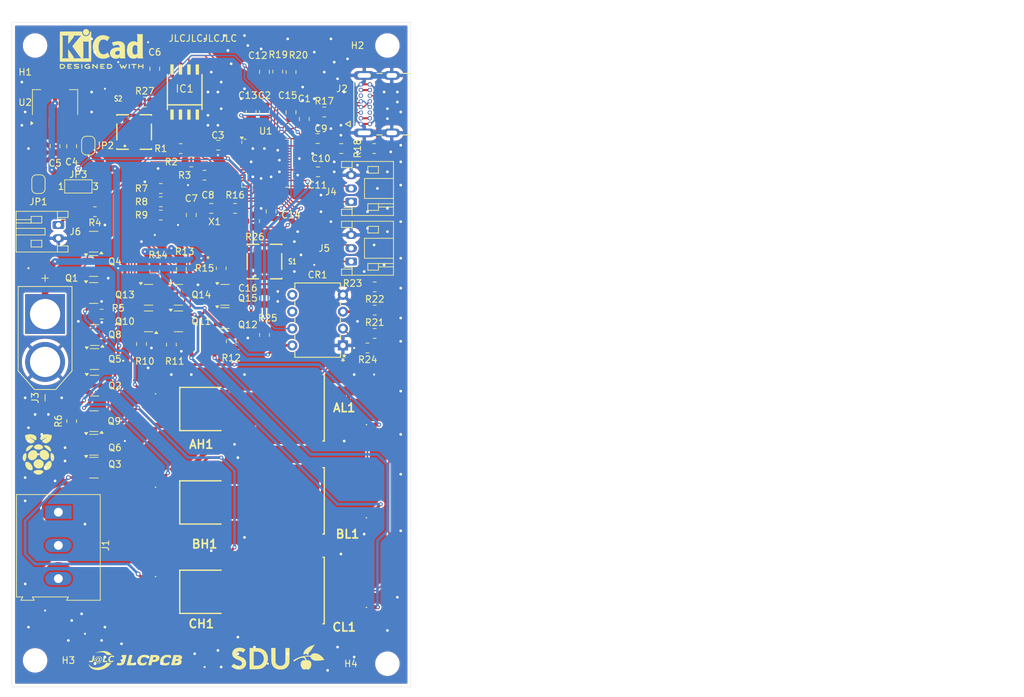
<source format=kicad_pcb>
(kicad_pcb (version 20240108) (generator "pcbnew") (generator_version "8.0")
  (layers (0 "F.Cu" signal) (31 "B.Cu" signal) (34 "B.Paste" user) (35 "F.Paste" user) (36 "B.SilkS" user "B.Silkscreen") (37 "F.SilkS" user "F.Silkscreen") (38 "B.Mask" user) (39 "F.Mask" user) (44 "Edge.Cuts" user))
  (net 0 "")
  (net 1 "+BATT")
  (net 2 "AH_Gate")
  (net 3 "GND")
  (net 4 "AL_Gate")
  (net 5 "BH_Gate")
  (net 6 "BL_Gate")
  (net 7 "+3.3V")
  (net 8 "Net-(JP2-A)")
  (net 9 "Net-(JP1-B)")
  (net 10 "Net-(JP3-A)")
  (net 11 "XIN")
  (net 12 "Net-(C8-Pad1)")
  (net 13 "+1V1")
  (net 14 "CH_Gate")
  (net 15 "CL_Gate")
  (net 16 "QSPI_SD3")
  (net 17 "QSPI_SD1")
  (net 18 "QSPI_SD2")
  (net 19 "QSPI_SS")
  (net 20 "QSPI_SD0")
  (net 21 "QSPI_SCLK")
  (net 23 "USB_D-")
  (net 25 "Net-(J2-CC1)")
  (net 26 "Net-(J2-CC2)")
  (net 30 "USB_D+")
  (net 32 "RP_UART_TX")
  (net 33 "RP_UART_RX")
  (net 34 "SWCLK")
  (net 35 "SWD")
  (net 36 "Net-(J6-Pin_1)")
  (net 37 "Net-(Q1-B)")
  (net 38 "Net-(Q2-B)")
  (net 39 "Net-(Q3-B)")
  (net 40 "Net-(Q7-B)")
  (net 41 "Net-(Q8-B)")
  (net 42 "Net-(Q9-B)")
  (net 43 "Net-(Q10-B)")
  (net 44 "Net-(Q11-B)")
  (net 45 "Net-(Q12-B)")
  (net 46 "-BATT")
  (net 47 "Net-(Q13-B)")
  (net 48 "Net-(Q14-B)")
  (net 49 "Net-(Q15-B)")
  (net 50 "GPIO10")
  (net 51 "GPIO11")
  (net 52 "GPIO12")
  (net 53 "GPIO13")
  (net 54 "GPIO14")
  (net 55 "GPIO15")
  (net 56 "XOUT")
  (net 64 "L1")
  (net 76 "L2")
  (net 77 "PHASED")
  (net 81 "L3")
  (net 83 "Net-(CR1-INVERTINGINPUT)")
  (net 85 "Net-(CR1-NONINVERTINGINPUT)")
  (net 86 "Net-(U1-RUN)")
  (net 87 "Net-(R27-Pad1)")
  (net 88 "/RP_DP")
  (net 89 "/RP_DN")
  (footprint "Capacitor_SMD:C_0805_2012Metric" (layer "F.Cu") (at 96 62.55 90)
    (property "Reference" "C13")
    (property "Value" "100n")
  )
  (footprint "SPROGEE3:ABM8-272-T3_ABR" (layer "F.Cu") (at 90.6 81.300001 90)
    (property "Reference" "X1")
    (property "Value" "ABM8-272-T3")
  )
  (footprint "SPROGEE3:W25Q" (layer "F.Cu") (at 86 59.5)
    (property "Reference" "IC1")
    (property "Value" "W25Q16JVSNIQ")
  )
  (footprint "Resistor_SMD:R_0805_2012Metric" (layer "F.Cu") (at 91.5 86 -90)
    (property "Reference" "R15")
    (property "Value" "1k")
  )
  (footprint "Connector_JST:JST_PH_S3B-PH-K_1x03_P2.00mm_Horizontal" (layer "F.Cu") (at 111.05 76 90)
    (property "Reference" "J4")
    (property "Value" "Conn_01x03_Pin")
  )
  (footprint "LOGOS:JLCPCB_Logo" (layer "F.Cu") (at 78.5 145)
    (property "Reference" "G***" (hide yes))
    (property "Value" "LOGO" (hide yes))
  )
  (footprint "Resistor_SMD:R_0805_2012Metric" (layer "F.Cu") (at 82.402732 74.010732 180)
    (property "Reference" "R7")
    (property "Value" "1k")
  )
  (footprint "Package_TO_SOT_SMD:SOT-23" (layer "F.Cu") (at 72.465232 96.060732 180)
    (property "Reference" "Q8")
    (property "Value" "BC847")
  )
  (footprint "Resistor_SMD:R_0805_2012Metric" (layer "F.Cu") (at 82.402732 78.010732 180)
    (property "Reference" "R9")
    (property "Value" "1k")
  )
  (footprint "Resistor_SMD:R_0805_2012Metric" (layer "F.Cu") (at 114.5875 88.81)
    (property "Reference" "R23")
    (property "Value" "33k")
  )
  (footprint "Package_TO_SOT_SMD:SOT-23" (layer "F.Cu") (at 80.5625 94 180)
    (property "Reference" "Q10")
    (property "Value" "BC857")
  )
  (footprint "SPROGEE3:431183015816" (layer "F.Cu") (at 98 85)
    (property "Reference" "S1")
    (property "Value" "431183015816")
  )
  (footprint "Capacitor_SMD:C_0805_2012Metric" (layer "F.Cu") (at 109.55 68)
    (property "Reference" "C10")
    (property "Value" "100n")
  )
  (footprint "Package_TO_SOT_SMD:SOT-23" (layer "F.Cu") (at 72.340232 109.010732 180)
    (property "Reference" "Q9")
    (property "Value" "BC847")
  )
  (footprint "Resistor_SMD:R_0805_2012Metric" (layer "F.Cu") (at 96.5 78.9125 -90)
    (property "Reference" "R26")
    (property "Value" "10k")
  )
  (footprint "SPROGEE3:MOLEX_2137160001 USB-C" (layer "F.Cu") (at 120.16 61.32 90)
    (property "Reference" "J2")
    (property "Value" "2137160001")
  )
  (footprint "SPROGEE3:431183015816" (layer "F.Cu") (at 78.402732 65.510732)
    (property "Reference" "S2")
    (property "Value" "431183015816")
  )
  (footprint "Resistor_SMD:R_0805_2012Metric" (layer "F.Cu") (at 79.5 97.4125 -90)
    (property "Reference" "R10")
    (property "Value" "1k")
  )
  (footprint "Resistor_SMD:R_0805_2012Metric" (layer "F.Cu") (at 102 56.5 -90)
    (property "Reference" "R20")
    (property "Value" "27")
  )
  (footprint "Resistor_SMD:R_0805_2012Metric" (layer "F.Cu") (at 107 62.5)
    (property "Reference" "R17")
    (property "Value" "5k1")
  )
  (footprint "Resistor_SMD:R_0805_2012Metric" (layer "F.Cu") (at 114.5 68 180)
    (property "Reference" "R18")
    (property "Value" "5k1")
  )
  (footprint "Resistor_SMD:R_0805_2012Metric" (layer "F.Cu") (at 93.5875 77)
    (property "Reference" "R16")
    (property "Value" "1k")
  )
  (footprint "Resistor_SMD:R_0805_2012Metric" (layer "F.Cu") (at 73.5 92.9125 180)
    (property "Reference" "R5")
    (property "Value" "1K")
  )
  (footprint "Package_TO_SOT_SMD:SOT-23" (layer "F.Cu") (at 85.0625 90)
    (property "Reference" "Q14")
    (property "Value" "BC847")
  )
  (footprint "Package_TO_SOT_SMD:SOT-23" (layer "F.Cu") (at 72.340232 112.560732)
    (property "Reference" "Q6")
    (property "Value" "BC847")
  )
  (footprint "Capacitor_SMD:C_0805_2012Metric" (layer "F.Cu") (at 69 67.65 -90)
    (property "Reference" "C4")
    (property "Value" "100n")
  )
  (footprint "Package_TO_SOT_SMD:SOT-23" (layer "F.Cu") (at 85.0625 94)
    (property "Reference" "Q11")
    (property "Value" "BC857")
  )
  (footprint "Package_TO_SOT_SMD:SOT-23" (layer "F.Cu") (at 72.3025 82.010732 180)
    (property "Reference" "Q7" (hide yes))
    (property "Value" "BC847")
  )
  (footprint "Package_TO_SOT_SMD:SOT-23" (layer "F.Cu") (at 72.340232 116.010732)
    (property "Reference" "Q3")
    (property "Value" "BC857")
  )
  (footprint "Resistor_SMD:R_0805_2012Metric" (layer "F.Cu") (at 113.5 98 180)
    (property "Reference" "R24")
    (property "Value" "33k")
  )
  (footprint "Package_TO_SOT_SMD:SOT-23" (layer "F.Cu") (at 72.3025 85.67)
    (property "Reference" "Q4")
    (property "Value" "BC847")
  )
  (footprint "Jumper:SolderJumper-2_P1.3mm_Open_RoundedPad1.0x1.5mm" (layer "F.Cu") (at 64 73.35 90)
    (property "Reference" "JP1")
    (property "Value" "SolderJumper_2_Open")
  )
  (footprint "Capacitor_SMD:C_0805_2012Metric" (layer "F.Cu") (at 90 77 180)
    (property "Reference" "C8")
    (property "Value" "15p")
  )
  (footprint "Resistor_SMD:R_0805_2012Metric" (layer "F.Cu") (at 114.5875 92.31)
    (property "Reference" "R22")
    (property "Value" "33k")
  )
  (footprint "Resistor_SMD:R_0805_2012Metric" (layer "F.Cu") (at 69 109 -90)
    (property "Reference" "R6")
    (property "Value" "1K")
  )
  (footprint "Capacitor_SMD:C_0805_2012Metric" (layer "F.Cu") (at 81.5 56 -90)
    (property "Reference" "C6")
    (property "Value" "100u")
  )
  (footprint "SPROGEE3:IPD70P04P4L08ATMA2" (layer "F.Cu") (at 88.37 107.18 -90)
    (property "Reference" "AH1")
    (property "Value" "IPD70P" (hide yes))
  )
  (footprint "Jumper:SolderJumper-3_P1.3mm_Bridged2Bar12_Pad1.0x1.5mm_NumberLabels" (layer "F.Cu") (at 70 73.7)
    (property "Reference" "JP3")
    (property "Value" "SolderJumper_3_Open" (hide yes))
  )
  (footprint "Resistor_SMD:R_0805_2012Metric" (layer "F.Cu") (at 85.5 86.0875 -90)
    (property "Reference" "R13")
    (property "Value" "1k")
  )
  (footprint "Capacitor_SMD:C_0805_2012Metric" (layer "F.Cu") (at 106.05 71.5)
    (property "Reference" "C11")
    (property "Value" "100n")
  )
  (footprint "Capacitor_SMD:C_0805_2012Metric" (layer "F.Cu") (at 98 62.55 90)
    (property "Reference" "C2")
    (property "Value" "100n")
  )
  (footprint "Resistor_SMD:R_0805_2012Metric" (layer "F.Cu") (at 100 56.4125 -90)
    (property "Reference" "R19")
    (property "Value" "27")
  )
  (footprint "SPROGEE3:IPD70P04P4L08ATMA2" (layer "F.Cu") (at 88.37 134.68 -90)
    (property "Reference" "CH1")
    (property "Value" "IPD70P" (hide yes))
  )
  (footprint "Capacitor_SMD:C_0805_2012Metric" (layer "F.Cu") (at 91.05 67.5 180)
    (property "Reference" "C3")
    (property "Value" "100n")
  )
  (footprint "Resistor_SMD:R_0805_2012Metric" (layer "F.Cu") (at 72.5 77.5 180)
    (property "Reference" "R4")
    (property "Value" "1K")
  )
  (footprint "TerminalBlock:TerminalBlock_Altech_AK300-3_P5.00mm" (layer "F.Cu") (at 67 122.705 -90)
    (property "Reference" "J1")
    (property "Value" "Terminal")
  )
  (footprint "SPROGEE3:IPD70P04P4L08ATMA2" (layer "F.Cu") (at 88.37 121.24 -90)
    (property "Reference" "BH1")
    (property "Value" "IPD70P" (hide yes))
  )
  (footprint "Package_TO_SOT_SMD:SOT-23" (layer "F.Cu") (at 72.315 89.7325)
    (property "Reference" "Q1")
    (property "Value" "BC857")
  )
  (footprint "Resistor_SMD:R_0805_2012Metric" (layer "F.Cu") (at 98 96.05 -90)
    (property "Reference" "R25")
    (property "Value" "1k")
  )
  (footprint "Resistor_SMD:R_0805_2012Metric" (layer "F.Cu") (at 86.990232 70.010732 180)
    (property "Reference" "R2")
    (property "Value" "1k")
  )
  (footprint "SPROGEE3:AMASS_XT60-M" (layer "F.Cu") (at 65 96.5 -90)
    (property "Reference" "J3")
    (property "Value" "XT60-M")
  )
  (footprint "Capacitor_SMD:C_0805_2012Metric" (layer "F.Cu") (at 98 56.45 90)
    (property "Reference" "C12")
    (property "Value" "100n")
  )
  (footprint "Resistor_SMD:R_0805_2012Metric" (layer "F.Cu") (at 81.5 86.5 -90)
    (property "Reference" "R14")
    (property "Value" "1k")
  )
  (footprint "Resistor_SMD:R_0805_2012Metric" (layer "F.Cu") (at 80 61)
    (property "Reference" "R27")
    (property "Value" "1k")
  )
  (footprint "MountingHole:MountingHole_3.2mm_M3" (layer "F.Cu") (at 63.5 145)
    (property "Reference" "H3")
    (property "Value" "MountingHole")
  )
  (footprint "Resistor_SMD:R_0805_2012Metric" (layer "F.Cu") (at 88.990232 72.010732 180)
    (property "Reference" "R3")
    (property "Value" "1k")
  )
  (footprint "Resistor_SMD:R_0805_2012Metric" (layer "F.Cu") (at 84 97.5 -90)
    (property "Reference" "R11")
    (property "Value" "1k")
  )
  (footprint "LOGOS:Raspberry_Pi_Logo" (layer "F.Cu") (at 64 114)
    (property "Reference" "G***" (hide yes))
    (property "Value" "LOGO" (hide yes))
  )
  (footprint "Resistor_SMD:R_0805_2012Metric" (layer "F.Cu") (at 85.402732 68.010732 180)
    (property "Reference" "R1")
    (property "Value" "1k")
  )
  (footprint "Jumper:SolderJumper-2_P1.3mm_Open_RoundedPad1.0x1.5mm" (layer "F.Cu") (at 71.5 67.55 -90)
    (property "Reference" "JP2")
    (property "Value" "SolderJumper_2_Open")
  )
  (footprint "MountingHole:MountingHole_3.2mm_M3" (layer "F.Cu") (at 116.5 145.5)
    (property "Reference" "H4")
    (property "Value" "MountingHole")
  )
  (footprint "MountingHole:MountingHole_3.2mm_M3" (layer "F.Cu") (at 63.5 52.5)
    (property "Reference" "H1")
    (property "Value" "MountingHole")
  )
  (footprint "SPROGEE3:IPB70N12S311ATMA1" (layer "F.Cu") (at 104.2 134.5 90)
    (property "Reference" "CL1")
    (property "Value" "IPD70N" (hide yes))
  )
  (footprint "Package_TO_SOT_SMD:SOT-223-3_TabPin2" (layer "F.Cu") (at 66.5 61.05 90)
    (property "Reference" "U2")
    (property "Value" "LD1117S33TR_SOT223")
  )
  (footprint "Capacitor_SMD:C_0805_2012Metric" (layer "F.Cu") (at 102 62.55 90)
    (property "Reference" "C15")
    (property "Value" "1u")
  )
  (footprint "SPROGEE3:DIP-8_STM" (layer "F.Cu") (at 109.81 97.62 180)
    (property "Reference" "CR1")
    (property "Value" "LM211N")
  )
  (footprint "Package_TO_SOT_SMD:SOT-23" (layer "F.Cu") (at 72.4275 99.67)
    (property "Reference" "Q5")
    (property "Value" "BC847")
  )
  (footprint "LOGOS:SDU_Logo" (layer "F.Cu") (at 100 144.5)
    (property "Reference" "G***" (hide yes))
    (property "Value" "LOGO" (hide yes))
  )
  (footprint "Resistor_SMD:R_0805_2012Metric" (layer "F.Cu") (at 114.5875 95.81)
    (property "Reference" "R21")
    (property "Value" "33k")
  )
  (footprint "Capacitor_SMD:C_0805_2012Metric" (layer "F.Cu") (at 66.5 67.65 -90)
    (property "Reference" "C5")
    (property "Value" "10u")
  )
  (footprint "Package_DFN_QFN:QFN-56-1EP_7x7mm_P0.4mm_EP3.2x3.2mm" (layer "F.Cu") (at 98.2 70.2)
    (property "Reference" "U1")
    (property "Value" "RP2040")
  )
  (footprint "Resistor_SMD:R_0805_2012Metric" (layer "F.Cu") (at 93 97 -90)
    (property "Reference" "R12")
    (property "Value" "1k")
  )
  (footprint "Capacitor_SMD:C_0805_2012Metric" (layer "F.Cu") (at 106 66.5)
    (property "Reference" "C9")
    (property "Value" "100n")
  )
  (footprint "Package_TO_SOT_SMD:SOT-23" (layer "F.Cu") (at 80.5625 90)
    (property "Reference" "Q13")
    (property "Value" "BC847")
  )
  (footprint "MountingHole:MountingHole_3.2mm_M3" (layer "F.Cu") (at 116.5 52.5)
    (property "Reference" "H2")
    (property "Value" "MountingHole")
  )
  (footprint "Resistor_SMD:R_0805_2012Metric" (layer "F.Cu") (at 82.402732 76.010732 180)
    (property "Reference" "R8")
    (property "Value" "1k")
  )
  (footprint "Package_TO_SOT_SMD:SOT-23" (layer "F.Cu") (at 92.0625 90)
    (property "Reference" "Q15")
    (property "Value" "BC847")
  )
  (footprint "SPROGEE3:IPB70N12S311ATMA1" (layer "F.Cu") (at 104.2 121 90)
    (property "Reference" "BL1")
    (property "Value" "IPD70N" (hide yes))
  )
  (footprint "Capacitor_SMD:C_0805_2012Metric" (layer "F.Cu") (at 87 78 90)
    (property "Reference" "C7")
    (property "Value" "15p")
  )
  (footprint "SPROGEE3:IPB70N12S311ATMA1" (layer "F.Cu") (at 104.2 107 90)
    (property "Reference" "AL1")
    (property "Value" "IPD70N" (hide yes))
  )
  (footprint "Connector_JST:JST_PH_S2B-PH-K_1x02_P2.00mm_Horizontal" (layer "F.Cu") (at 67 79.5 -90)
    (property "Reference" "J6")
    (property "Value" "Conn_01x02_Pin")
  )
  (footprint "Capacitor_SMD:C_0805_2012Metric" (layer "F.Cu") (at 99 77.45 -90)
    (property "Reference" "C14")
    (property "Value" "100n")
  )
  (footprint "Connector_JST:JST_PH_S3B-PH-K_1x03_P2.00mm_Horizontal" (layer "F.Cu") (at 111.05 85 90)
    (property "Reference" "J5")
    (property "Value" "Conn_01x03_Pin")
  )
  (footprint "Symbol:KiCad-Logo2_5mm_SilkScreen" (layer "F.Cu") (at 73.5 53)
    (property "Reference" "REF**" (hide yes))
    (property "Value" "KiCad-Logo2_5mm_SilkScreen" (hide yes))
  )
  (footprint "Package_TO_SOT_SMD:SOT-23" (layer "F.Cu") (at 72.4275 103.67)
    (property "Reference" "Q2")
    (property "Value" "BC857")
  )
  (footprint "Package_TO_SOT_SMD:SOT-23" (layer "F.Cu") (at 92.0625 93.5)
    (property "Reference" "Q12")
    (property "Value" "BC857")
  )
  (footprint "Capacitor_SMD:C_0805_2012Metric" (layer "F.Cu") (at 104 63.55 90)
    (property "Reference" "C1")
    (property "Value" "1u")
  )
  (footprint "Capacitor_SMD:C_0805_2012Metric" (layer "F.Cu") (at 98 90.5 90)
    (property "Reference" "C16")
    (property "Value" "C")
  )
  (gr_rect (start 60 49) (end 120 149) (stroke (width 0.05)) (fill none) (layer "Edge.Cuts"))
  (gr_text "JLCJLCJLCJLC" (at 83.5 52 0) (layer "F.SilkS") (effects (font (size 1 1)) (justify left bottom)))
  (segment (start 85.5 84.5) (end 84 83) (width 1) (layer "F.Cu") (net 1))
  (segment (start 88.5 84.5) (end 90.9125 84.5) (width 1) (layer "F.Cu") (net 1))
  (segment (start 78.838464 107) (end 79 107) (width 0.4) (layer "F.Cu") (net 1))
  (segment (start 84.65 132.655) (end 86.5 130.805) (width 0.4) (layer "F.Cu") (net 1))
  (segment (start 83.4 94.95) (end 81.5 93.05) (width 0.4) (layer "F.Cu") (net 1))
  (segment (start 73.4125 77.5) (end 73.4125 71.5) (width 1) (layer "F.Cu") (net 1))
  (segment (start 65.5 86) (end 66.5 85) (width 1) (layer "F.Cu") (net 1))
  (segment (start 86.5 130.805) (end 90.695 130.805) (width 0.4) (layer "F.Cu") (net 1))
  (segment (start 81.46 109.46) (end 79 107) (width 0.4) (layer "F.Cu") (net 1))
  (segment (start 90.9125 84.5) (end 91.5 85.0875) (width 1) (layer "F.Cu") (net 1))
  (segment (start 75.5 101.805) (end 73.365 99.67) (width 0.4) (layer "F.Cu") (net 1))
  (segment (start 73.277732 112.560732) (end 78.838464 107) (width 0.4) (layer "F.Cu") (net 1))
  (segment (start 75.5 102.5) (end 75.5 101.805) (width 0.4) (layer "F.Cu") (net 1))
  (segment (start 84.125 94.95) (end 86.569474 94.95) (width 0.4) (layer "F.Cu") (net 1))
  (segment (start 74.298052 85.298052) (end 73.24 85.298052) (width 1) (layer "F.Cu") (net 1))
  (segment (start 76 91.325) (end 74.4125 92.9125) (width 1) (layer "F.Cu") (net 1))
  (segment (start 89.5 114.5) (end 91.5 114.5) (width 0.4) (layer "F.Cu") (net 1))
  (segment (start 83.65 136.96) (end 84.65 135.96) (width 0.4) (layer "F.Cu") (net 1))
  (segment (start 83.15 109.46) (end 81.46 109.46) (width 0.4) (layer "F.Cu") (net 1))
  (segment (start 102.19 97.62) (end 99.88 97.62) (width 0.4) (layer "F.Cu") (net 1))
  (segment (start 65 86.5) (end 65.5 86) (width 1) (layer "F.Cu") (net 1))
  (segment (start 85.5 85.175) (end 85.5 84.5) (width 1) (layer "F.Cu") (net 1))
  (segment (start 73.9125 71) (end 75.5 71) (width 1) (layer "F.Cu") (net 1))
  (segment (start 69 107.740993) (end 70.860662 105.880331) (width 0.4) (layer "F.Cu") (net 1))
  (segment (start 75 86) (end 74.298052 85.298052) (width 1) (layer "F.Cu") (net 1))
  (segment (start 81.5 85.5875) (end 81.5 85) (width 1) (layer "F.Cu") (net 1))
  (segment (start 90.695 130.805) (end 93.5 128) (width 0.4) (layer "F.Cu") (net 1))
  (segment (start 83.15 123.52) (end 84.65 122.02) (width 0.4) (layer "F.Cu") (net 1))
  (segment (start 73.4125 71.5) (end 73.9125 71) (width 1) (layer "F.Cu") (net 1))
  (segment (start 71.5 68.2) (end 73.4125 70.1125) (width 1) (layer "F.Cu") (net 1))
  (segment (start 84.65 119.35) (end 89.5 114.5) (width 0.4) (layer "F.Cu") (net 1))
  (segment (start 75.707106 100.5) (end 76 100.207106) (width 0.4) (layer "F.Cu") (net 1))
  (segment (start 74.195 100.5) (end 75.707106 100.5) (width 0.4) (layer "F.Cu") (net 1))
  (segment (start 73.365 99.67) (end 74.195 100.5) (width 0.4) (layer "F.Cu") (net 1))
  (segment (start 84.65 122.02) (end 84.65 119.35) (width 0.4) (layer "F.Cu") (net 1))
  (segment (start 89 92.325) (end 89 92) (width 0.4) (layer "F.Cu") (net 1))
  (segment (start 84.65 135.96) (end 84.65 132.655) (width 0.4) (layer "F.Cu") (net 1))
  (segment (start 73.4125 70.1125) (end 73.4125 71.5) (width 1) (layer "F.Cu") (net 1))
  (segment (start 91.125 94.45) (end 89 92.325) (width 0.4) (layer "F.Cu") (net 1))
  (segment (start 69 108.0875) (end 69 107.740993) (width 0.4) (layer "F.Cu") (net 1))
  (segment (start 89 92.519474) (end 89 92) (width 0.4) (layer "F.Cu") (net 1))
  (segment (start 76 97.810975) (end 76.160975 97.65) (width 0.4) (layer "F.Cu") (net 1))
  (segment (start 76 86) (end 75 86) (width 1) (layer "F.Cu") (net 1))
  (segment (start 84.125 94.95) (end 83.4 94.95) (width 0.4) (layer "F.Cu") (net 1))
  (segment (start 81.5 85) (end 80 83.5) (width 1) (layer "F.Cu") (net 1))
  (segment (start 76 86) (end 76 91.325) (width 1) (layer "F.Cu") (net 1))
  (segment (start 76 100.207106) (end 76 97.810975) (width 0.4) (layer "F.Cu") (net 1))
  (segment (start 83.15 136.96) (end 83.65 136.96) (width 0.4) (layer "F.Cu") (net 1))
  (segment (start 99.88 97.62) (end 98.5 99) (width 0.4) (layer "F.Cu") (net 1))
  (segment (start 65 92.9) (end 65 86.5) (width 1) (layer "F.Cu") (net 1))
  (segment (start 86.569474 94.95) (end 89 92.519474) (width 0.4) (layer "F.Cu") (net 1))
  (via (at 98.5 99) (size 0.6) (drill 0.3) (layers "F.Cu" "B.Cu") (net 1))
  (via (at 89 92) (size 0.6) (drill 0.3) (layers "F.Cu" "B.Cu") (net 1))
  (via (at 88.5 84.5) (size 0.6) (drill 0.3) (layers "F.Cu" "B.Cu") (net 1))
  (via (at 79 107) (size 0.6) (drill 0.3) (layers "F.Cu" "B.Cu") (net 1))
  (via (at 76.160975 97.65) (size 0.6) (drill 0.3) (layers "F.Cu" "B.Cu") (net 1))
  (via (at 76 86) (size 0.6) (drill 0.3) (layers "F.Cu" "B.Cu") (net 1))
  (via (at 66.5 85) (size 0.6) (drill 0.3) (layers "F.Cu" "B.Cu") (net 1))
  (via (at 91.5 114.5) (size 0.6) (drill 0.3) (layers "F.Cu" "B.Cu") (net 1))
  (via (at 70.860662 105.880331) (size 0.6) (drill 0.3) (layers "F.Cu" "B.Cu") (net 1))
  (via (at 80 83.5) (size 0.6) (drill 0.3) (layers "F.Cu" "B.Cu") (net 1))
  (via (at 75.5 102.5) (size 0.6) (drill 0.3) (layers "F.Cu" "B.Cu") (net 1))
  (via (at 84 83) (size 0.6) (drill 0.3) (layers "F.Cu" "B.Cu") (net 1))
  (via (at 93.5 128) (size 0.6) (drill 0.3) (layers "F.Cu" "B.Cu") (net 1))
  (via (at 75.5 71) (size 0.6) (drill 0.3) (layers "F.Cu" "B.Cu") (net 1))
  (segment (start 98.5 99) (end 95.5 99) (width 0.4) (layer "B.Cu") (net 1))
  (segment (start 76 86) (end 75.75 85.75) (width 0.4) (layer "B.Cu") (net 1))
  (segment (start 87.5 83.5) (end 88.5 84.5) (width 1) (layer "B.Cu") (net 1))
  (segment (start 76 86) (end 87 86) (width 1) (layer "B.Cu") (net 1))
  (segment (start 89 92.5) (end 89 92) (width 0.4) (layer "B.Cu") (net 1))
  (segment (start 75 85) (end 76 86) (width 1) (layer "B.Cu") (net 1))
  (segment (start 87 86) (end 88.5 84.5) (width 1) (layer "B.Cu") (net 1))
  (segment (start 91.5 114.5) (end 86.5 114.5) (width 0.4) (layer "B.Cu") (net 1))
  (segment (start 70.860662 105.657785) (end 70.860662 105.880331) (width 0.4) (layer "B.Cu") (net 1))
  (segment (start 93.5 128) (end 93.5 116.5) (width 0.4) (layer "B.Cu") (net 1))
  (segment (start 80 83.5) (end 87.5 83.5) (width 1) (layer "B.Cu") (net 1))
  (segment (start 86.5 114.5) (end 79 107) (width 0.4) (layer "B.Cu") (net 1))
  (segment (start 84 83) (end 84.5 83.5) (width 1) (layer "B.Cu") (net 1))
  (segment (start 95.5 99) (end 89 92.5) (width 0.4) (layer "B.Cu") (net 1))
  (segment (start 75.75 71.25) (end 75.5 71) (width 1) (layer "B.Cu") (net 1))
  (segment (start 66.5 85) (end 75 85) (width 1) (layer "B.Cu") (net 1))
  (segment (start 76 86) (end 76 97.489025) (width 0.4) (layer "B.Cu") (net 1))
  (segment (start 75.75 85.75) (end 75.75 71.25) (width 1) (layer "B.Cu") (net 1))
  (segment (start 87.560661 92) (end 89 92) (width 0.4) (layer "B.Cu") (net 1))
  (segment (start 76 97.489025) (end 76.160975 97.65) (width 0.4) (layer "B.Cu") (net 1))
  (segment (start 75.5 103.5) (end 75.5 102.5) (width 0.4) (layer "B.Cu") (net 1))
  (segment (start 74.018447 102.5) (end 70.860662 105.657785) (width 0.4) (layer "B.Cu") (net 1))
  (segment (start 75.5 102.5) (end 74.018447 102.5) (width 0.4) (layer "B.Cu") (net 1))
  (segment (start 84.5 83.5) (end 87.5 83.5) (width 1) (layer "B.Cu") (net 1))
  (segment (start 79 107) (end 75.5 103.5) (width 0.4) (layer "B.Cu") (net 1))
  (segment (start 81.560661 86) (end 87.560661 92) (width 0.4) (layer "B.Cu") (net 1))
  (segment (start 76 86) (end 81.560661 86) (width 0.4) (layer "B.Cu") (net 1))
  (segment (start 93.5 116.5) (end 91.5 114.5) (width 0.4) (layer "B.Cu") (net 1))
  (segment (start 71.3775 92.1225) (end 71 92.5) (width 0.4) (layer "F.Cu") (net 2))
  (segment (start 71.3775 90.229448) (end 71.3775 90.6825) (width 0.2) (layer "F.Cu") (net 2))
  (segment (start 72.415 89.191948) (end 71.3775 90.229448) (width 0.2) (layer "F.Cu") (net 2))
  (segment (start 71.365 86.62) (end 72.415 87.67) (width 0.2) (layer "F.Cu") (net 2))
  (segment (start 72.415 87.67) (end 72.415 89.191948) (width 0.2) (layer "F.Cu") (net 2))
  (segment (start 79.9 104.9) (end 78.5 103.5) (width 0.4) (layer "F.Cu") (net 2))
  (segment (start 71.3775 90.6825) (end 71.3775 92.1225) (width 0.4) (layer "F.Cu") (net 2))
  (segment (start 83.15 104.9) (end 79.9 104.9) (width 0.4) (layer "F.Cu") (net 2))
  (via (at 71 92.5) (size 0.6) (drill 0.3) (layers "F.Cu" "B.Cu") (net 2))
  (via (at 78.5 103.5) (size 0.6) (drill 0.3) (layers "F.Cu" "B.Cu") (net 2))
  (segment (start 76.748528 98.4) (end 78.5 100.151472) (width 0.4) (layer "B.Cu") (net 2))
  (segment (start 75.751472 98.4) (end 76.748528 98.4) (width 0.4) (layer "B.Cu") (net 2))
  (segment (start 78.5 100.151472) (end 78.5 103.5) (width 0.4) (layer "B.Cu") (net 2))
  (segment (start 71 93.648528) (end 75.751472 98.4) (width 0.4) (layer "B.Cu") (net 2))
  (segment (start 71 92.5) (end 71 93.648528) (width 0.4) (layer "B.Cu") (net 2))
  (segment (start 103 80.151471) (end 103 80.5) (width 0.2) (layer "F.Cu") (net 3))
  (segment (start 89.05 80.05) (end 89.5 80.5) (width 0.2) (layer "F.Cu") (net 3))
  (segment (start 78.402732 65.060732) (end 76.102732 67.360732) (width 0.2) (layer "F.Cu") (net 3))
  (segment (start 95.7 86.85) (end 97.325 86.85) (width 0.2) (layer "F.Cu") (net 3))
  (segment (start 99 78.4) (end 101.248529 78.4) (width 0.2) (layer "F.Cu") (net 3))
  (segment (start 72.365232 96.67018) (end 72.365232 97.351284) (width 0.2) (layer "F.Cu") (net 3))
  (segment (start 72.365232 97.351284) (end 73.013948 98) (width 0.2) (layer "F.Cu") (net 3))
  (segment (start 80.027732 68.035732) (end 80.702732 67.360732) (width 0.2) (layer "F.Cu") (net 3))
  (segment (start 100.3 86.85) (end 98.675 86.85) (width 0.2) (layer "F.Cu") (net 3))
  (segment (start 77.727732 67.360732) (end 78.402732 68.035732) (width 0.2) (layer "F.Cu") (net 3))
  (segment (start 90.1 68.1) (end 91 69) (width 0.2) (layer "F.Cu") (net 3))
  (segment (start 78.402732 68.035732) (end 80.027732 68.035732) (width 0.2) (layer "F.Cu") (net 3))
  (segment (start 87 77.05) (end 89 77.05) (width 0.2) (layer "F.Cu") (net 3))
  (segment (start 89.949998 80.5) (end 89.5 80.5) (width 0.2) (layer "F.Cu") (net 3))
  (segment (start 98 61.6) (end 96 61.6) (width 0.2) (layer "F.Cu") (net 3))
  (segment (start 97.2 73.6375) (end 97.2 72.8) (width 0.2) (layer "F.Cu") (net 3))
  (segment (start 76.102732 67.360732) (end 77.727732 67.360732) (width 0.2) (layer "F.Cu") (net 3))
  (segment (start 78.402732 62.985732) (end 78.402732 65.060732) (width 0.2) (layer "F.Cu") (net 3))
  (segment (start 98 55.5) (end 95.5 53) (width 0.2) (layer "F.Cu") (net 3))
  (segment (start 97.6 77) (end 97.5 77) (width 0.2) (layer "F.Cu") (net 3))
  (segment (start 89.05 77) (end 89.05 80.05) (width 0.2) (layer "F.Cu") (net 3))
  (segment (start 95.5 53) (end 95.5 52.5) (width 0.2) (layer "F.Cu") (net 3))
  (segment (start 98.675 86.85) (end 98 87.525) (width 0.2) (layer "F.Cu") (net 3))
  (segment (start 98 82.475) (end 98 87.525) (width 0.2) (layer "F.Cu") (net 3))
  (segment (start 97.325 86.85) (end 98 87.525) (width 0.2) (layer "F.Cu") (net 3))
  (segment (start 73.24 81.098052) (end 73.24 81.62) (width 0.2) (layer "F.Cu") (net 3))
  (segment (start 73.402732 95.110732) (end 73.402732 95.63268) (width 0.2) (layer "F.Cu") (net 3))
  (segment (start 73.013948 98) (end 74.5 98) (width 0.2) (layer "F.Cu") (net 3))
  (segment (start 89 77.05) (end 89.05 77) (width 0.2) (layer "F.Cu") (net 3))
  (segment (start 90.1 67.5) (end 90.1 68.1) (width 0.2) (layer "F.Cu") (net 3))
  (segment (start 97.2 72.8) (end 97.5 72.5) (width 0.2) (layer "F.Cu") (net 3))
  (segment (start 99 78.4) (end 97.6 77) (width 0.2) (layer "F.Cu") (net 3))
  (segment (start 91.7 82.100002) (end 91.55 82.100002) (width 0.2) (layer "F.Cu") (net 3))
  (segment (start 73.402732 95.63268) (end 72.365232 96.67018) (width 0.2) (layer "F.Cu") (net 3))
  (segment (start 91.55 82.100002) (end 89.949998 80.5) (width 0.2) (layer "F.Cu") (net 3))
  (segment (start 101.248529 78.4) (end 103 80.151471) (width 0.2) (layer "F.Cu") (net 3))
  (segment (start 95.7 86.85) (end 95.7 86.100002) (width 0.2) (layer "F.Cu") (net 3))
  (via (at 109 57.5) (size 0.7) (drill 0.4) (layers "F.Cu" "B.Cu") (net 3))
  (via (at 62.5 140) (size 0.7) (drill 0.4) (layers "F.Cu" "B.Cu") (net 3))
  (via (at 118.5 125.5) (size 0.7) (drill 0.4) (layers "F.Cu" "B.Cu") (net 3))
  (via (at 118.5 89) (size 0.7) (drill 0.4) (layers "F.Cu" "B.Cu") (net 3))
  (via (at 96.25 68) (size 0.7) (drill 0.4) (layers "F.Cu" "B.Cu") (net 3))
  (via (at 107 56.5) (size 0.7) (drill 0.4) (layers "F.Cu" "B.Cu") (net 3))
  (via (at 114.5 102) (size 0.6) (drill 0.3) (layers "F.Cu" "B.Cu") (net 3))
  (via (at 113 86.5) (size 0.7) (drill 0.4) (layers "F.Cu" "B.Cu") (net 3))
  (via (at 103.75 60.75) (size 0.7) (drill 0.4) (layers "F.Cu" "B.Cu") (net 3))
  (via (at 109 143) (size 0.7) (drill 0.4) (layers "F.Cu" "B.Cu") (net 3))
  (via (at 118 59.5) (size 0.7) (drill 0.4) (layers "F.Cu" "B.Cu") (net 3))
  (via (at 111.5 102) (size 0.7) (drill 0.4) (layers "F.Cu" "B.Cu") (net 3))
  (via (at 61.5 58) (size 0.7) (drill 0.4) (layers "F.Cu" "B.Cu") (net 3))
  (via (at 63.5 108) (size 0.7) (drill 0.4) (layers "F.Cu" "B.Cu") (net 3))
  (via (at 108.5 71.5) (size 0.7) (drill 0.4) (layers "F.Cu" "B.Cu") (net 3))
  (via (at 62 117.5) (size 0.7) (drill 0.4) (layers "F.Cu" "B.Cu") (net 3))
  (via (at 112 70.5) (size 0.7) (drill 0.4) (layers "F.Cu" "B.Cu") (net 3))
  (via (at 116.5 62) (size 0.7) (drill 0.4) (layers "F.Cu" "B.Cu") (net 3))
  (via (at 96.25 72.25) (size 0.7) (drill 0.4) (layers "F.Cu" "B.Cu") (net 3))
  (via (at 93 55.25) (size 0.7) (drill 0.4) (layers "F.Cu" "B.Cu") (net 3))
  (via (at 96.5 143) (size 0.7) (drill 0.4) (layers "F.Cu" "B.Cu") (net 3))
  (via (at 118 61) (size 0.7) (drill 0.4) (layers "F.Cu" "B.Cu") (net 3))
  (via (at 76.5 142.5) (size 0.7) (drill 0.4) (layers "F.Cu" "B.Cu") (net 3))
  (via (at 105.25 68.75) (size 0.7) (drill 0.4) (layers "F.Cu" "B.Cu") (net 3))
  (via (at 74 59) (size 0.6) (drill 0.3) (layers "F.Cu" "B.Cu") (net 3))
  (via (at 118.5 104.5) (size 0.7) (drill 0.4) (layers "F.Cu" "B.Cu") (net 3))
  (via (at 94 144) (size 0.7) (drill 0.4) (layers "F.Cu" "B.Cu") (net 3))
  (via (at 80.5 52) (size 0.6) (drill 0.3) (layers "F.Cu" "B.Cu") (net 3))
  (via (at 117 68.5) (size 0.7) (drill 0.4) (layers "F.Cu" "B.Cu") (net 3))
  (via (at 116 85.5) (size 0.7) (drill 0.4) (layers "F.Cu" "B.Cu") (net 3))
  (via (at 62 62.5) (size 0.7) (drill 0.4) (layers "F.Cu" "B.Cu") (net 3))
  (via (at 69 139) (size 0.7) (drill 0.4) (layers "F.Cu" "B.Cu") (net 3))
  (via (at 100 68.25) (size 0.7) (drill 0.4) (layers "F.Cu" "B.Cu") (net 3))
  (via (at 116.5 80.5) (size 0.7) (drill 0.4) (layers "F.Cu" "B.Cu") (net 3))
  (via (at 110 59.5) (size 0.7) (drill 0.4) (layers "F.Cu" "B.Cu") (net 3))
  (via (at 108 65) (size 0.7) (drill 0.4) (layers "F.Cu" "B.Cu") (net 3))
  (via (at 116.5 63.5) (size 0.7) (drill 0.4) (layers "F.Cu" "B.Cu") (net 3))
  (via (at 97.5 72.5) (size 0.7) (drill 0.4) (layers "F.Cu" "B.Cu") (net 3))
  (via (at 118.5 73.5) (size 0.7) (drill 0.4) (layers "F.Cu" "B.Cu") (net 3))
  (via (at 87.5 144) (size 0.7) (drill 0.4) (layers "F.Cu" "B.Cu") (net 3))
  (via (at 78.5 145.5) (size 0.7) (drill 0.4) (layers "F.Cu" "B.Cu") (net 3))
  (via (at 118 135.5) (size 0.7) (drill 0.4) (layers "F.Cu" "B.Cu") (net 3))
  (via (at 87 102) (size 0.7) (drill 0.4) (layers "F.Cu" "B.Cu") (net 3))
  (via (at 106.5 77.5) (size 0.7) (drill 0.4) (layers "F.Cu" "B.Cu") (net 3))
  (via (at 95 51) (size 0.7) (drill 0.4) (layers "F.Cu" "B.Cu") (net 3))
  (via (at 103.25 69.5) (size 0.7) (drill 0.4) (layers "F.Cu" "B.Cu") (net 3))
  (via (at 100 89.5) (size 0.7) (drill 0.4) (layers "F.Cu" "B.Cu") (net 3))
  (via (at 106.5 75) (size 0.7) (drill 0.4) (layers "F.Cu" "B.Cu") (net 3))
  (via (at 104.5 144) (size 0.6) (drill 0.3) (layers "F.Cu" "B.Cu") (net 3))
  (via (at 94 114.5) (size 0.7) (drill 0.4) (layers "F.Cu" "B.Cu") (net 3))
  (via (at 118.5 79) (size 0.7) (drill 0.4) (layers "F.Cu" "B.Cu") (net 3))
  (via (at 94 141.5) (size 0.7) (drill 0.4) (layers "F.Cu" "B.Cu") (net 3))
  (via (at 97.5 53) (size 0.7) (drill 0.4) (layers "F.Cu" "B.Cu") (net 3))
  (via (at 72 59.5) (size 0.7) (drill 0.4) (layers "F.Cu" "B.Cu") (net 3))
  (via (at 118.5 117) (size 0.7) (drill 0.4) (layers "F.Cu" "B.Cu") (net 3))
  (via (at 84 102) (size 0.7) (drill 0.4) (layers "F.Cu" "B.Cu") (net 3))
  (via (at 115 74) (size 0.7) (drill 0.4) (layers "F.Cu" "B.Cu") (net 3))
  (via (at 76 55) (size 0.6) (drill 0.3) (layers "F.Cu" "B.Cu") (net 3))
  (via (at 73.526092 94.153295) (size 0.7) (drill 0.4) (layers "F.Cu" "B.Cu") (net 3))
  (via (at 103.75 58.75) (size 0.7) (drill 0.4) (layers "F.Cu" "B.Cu") (net 3))
  (via (at 68 113) (size 0.7) (drill 0.4) (layers "F.Cu" "B.Cu") (net 3))
  (via (at 77 112) (size 0.6) (drill 0.3) (layers "F.Cu" "B.Cu") (net 3))
  (via (at 81 98) (size 0.7) (drill 0.4) (layers "F.Cu" "B.Cu") (net 3))
  (via (at 80.5 144.5) (size 0.7) (drill 0.4) (layers "F.Cu" "B.Cu") (net 3))
  (via (at 85.5 98.5) (size 0.7) (drill 0.4) (layers "F.Cu" "B.Cu") (net 3))
  (via (at 105.5 53.5) (size 0.7) (drill 0.4) (layers "F.Cu" "B.Cu") (net 3))
  (via (at 88 88.5) (size 0.7) (drill 0.4) (layers "F.Cu" "B.Cu") (net 3))
  (via (at 91.5 146) (size 0.7) (drill 0.4) (layers "F.Cu" "B.Cu") (net 3))
  (via (at 89.5 63) (size 0.7) (drill 0.4) (layers "F.Cu" "B.Cu") (net 3))
  (via (at 72 51.5) (size 0.7) (drill 0.4) (layers "F.Cu" "B.Cu") (net 3))
  (via (at 72 62.5) (size 0.7) (drill 0.4) (layers "F.Cu" "B.Cu") (net 3))
  (via (at 99 72.25) (size 0.7) (drill 0.4) (layers "F.Cu" "B.Cu") (net 3))
  (via (at 95.5 52.5) (size 0.7) (drill 0.4) (layers "F.Cu" "B.Cu") (net 3))
  (via (at 105.5 85.5) (size 0.6) (drill 0.3) (layers "F.Cu" "B.Cu") (net 3))
  (via (at 94.5 60.5) (size 0.7) (drill 0.4) (layers "F.Cu" "B.Cu") (net 3))
  (via (at 108 79) (size 0.7) (drill 0.4) (layers "F.Cu" "B.Cu") (net 3))
  (via (at 62.5 112) (size 0.7) (drill 0.4) (layers "F.Cu" "B.Cu") (net 3))
  (via (at 92.5 53.25) (size 0.7) (drill 0.4) (layers "F.Cu" "B.Cu") (net 3))
  (via (at 91 59.5) (size 0.7) (drill 0.4) (layers "F.Cu" "B.Cu") (net 3))
  (via (at 85 79.5) (size 0.6) (drill 0.3) (layers "F.Cu" "B.Cu") (net 3))
  (via (at 74 144.5) (size 0.7) (drill 0.4) (layers "F.Cu" "B.Cu") (net 3))
  (via (at 62 133.5) (size 0.7) (drill 0.4) (layers "F.Cu" "B.Cu") (net 3))
  (via (at 103 80.5) (size 0.7) (drill 0.4) (layers "F.Cu" "B.Cu") (net 3))
  (via (at 108.5 55) (size 0.7) (drill 0.4) (layers "F.Cu" "B.Cu") (net 3))
  (via (at 113 126) (size 0.7) (drill 0.4) (layers "F.Cu" "B.Cu") (net 3))
  (via (at 89.5 59.5) (size 0.7) (drill 0.4) (layers "F.Cu" "B.Cu") (net 3))
  (via (at 64 114) (size 0.6) (drill 0.3) (layers "F.Cu" "B.Cu") (net 3))
  (via (at 95 126.5) (size 0.7) (drill 0.4) (layers "F.Cu" "B.Cu") (net 3))
  (via (at 74 140) (size 0.7) (drill 0.4) (layers "F.Cu" "B.Cu") (net 3))
  (via (at 114.5 82.5) (size 0.7) (drill 0.4) (layers "F.Cu" "B.Cu") (net 3))
  (via (at 64.5 111) (size 0.7) (drill 0.4) (layers "F.Cu" "B.Cu") (net 3))
  (via (at 74 79.5) (size 0.7) (drill 0.4) (layers "F.Cu" "B.Cu") (net 3))
  (via (at 73.5 142) (size 0.7) (drill 0.4) (layers "F.Cu" "B.Cu") (net 3))
  (via (at 100.25 69.75) (size 0.7) (drill 0.4) (layers "F.Cu" "B.Cu") (net 3))
  (via (at 70.5 138) (size 0.7) (drill 0.4) (layers "F.Cu" "B.Cu") (net 3))
  (via (at 62.5 86) (size 0.6) (drill 0.3) (layers "F.Cu" "B.Cu") (net 3))
  (via (at 92 51) (size 0.7) (drill 0.4) (layers "F.Cu" "B.Cu") (net 3))
  (via (at 110.5 54.5) (size 0.7) (drill 0.4) (layers "F.Cu" "B.Cu") (net 3))
  (via (at 89 51.5) (size 0.6) (drill 0.3) (layers "F.Cu" "B.Cu") (net 3))
  (via (at 73.5 91) (size 0.7) (drill 0.4) (layers "F.Cu" "B.Cu") (net 3))
  (via (at 95.5 96.5) (size 0.7) (drill 0.4) (layers "F.Cu" "B.Cu") (net 3))
  (via (at 105.5 60.5) (size 0.7) (drill 0.4) (layers "F.Cu" "B.Cu") (net 3))
  (via (at 68 115) (size 0.7) (drill 0.4) (layers "F.Cu" "B.Cu") (net 3))
  (via (at 101.5 144) (size 0.7) (drill 0.4) (layers "F.Cu" "B.Cu") (net 3))
  (via (at 76.75 99.920094) (size 0.6) (drill 0.3) (layers "F.Cu" "B.Cu") (net 3))
  (via (at 108 51.5) (size 0.7) (drill 0.4) (layers "F.Cu" "B.Cu") (net 3))
  (via (at 89.5 64.5) (size 0.7) (drill 0.4) (layers "F.Cu" "B.Cu") (net 3))
  (via (at 109.5 66) (size 0.7) (drill 0.4) (layers "F.Cu" "B.Cu") (net 3))
  (via (at 94 146) (size 0.7) (drill 0.4) (layers "F.Cu" "B.Cu") (net 3))
  (via (at 62 105.5) (size 0.7) (drill 0.4) (layers "F.Cu" "B.Cu") (net 3))
  (via (at 111.5 144.5) (size 0.7) (drill 0.4) (layers "F.Cu" "B.Cu") (net 3))
  (via (at 86.5 73.5) (size 0.6) (drill 0.3) (layers "F.Cu" "B.Cu") (net 3))
  (via (at 109.5 64.5) (size 0.7) (drill 0.4) (layers "F.Cu" "B.Cu") (net 3))
  (via (at 100 91) (size 0.7) (drill 0.4) (layers "F.Cu" "B.Cu") (net 3))
  (via (at 91.5 62) (size 0.7) (drill 0.4) (layers "F.Cu" "B.Cu") (net 3))
  (via (at 66.5 118) (size 0.7) (drill 0.4) (layers "F.Cu" "B.Cu") (net 3))
  (via (at 101.5 51.5) (size 0.7) (drill 0.4) (layers "F.Cu" "B.Cu") (net 3))
  (via (at 82.5 145.5) (size 0.7) (drill 0.4) (layers "F.Cu" "B.Cu") (net 3))
  (via (at 113.5 77.5) (size 0.7) (drill 0.4) (layers "F.Cu" "B.Cu") (net 3))
  (via (at 103.5 84) (size 0.7) (drill 0.4) (layers "F.Cu" "B.Cu") (net 3))
  (via (at 91 69) (size 0.6) (drill 0.3) (layers "F.Cu" "B.Cu") (net 3))
  (via (at 116.5 140.5) (size 0.7) (drill 0.4) (layers "F.Cu" "B.Cu") (net 3))
  (via (at 65 137.5) (size 0.6) (drill 0.3) (layers "F.Cu" "B.Cu") (net 3))
  (via (at 91 64.5) (size 0.7) (drill 0.4) (layers "F.Cu" "B.Cu") (net 3))
  (via (at 70 94) (size 0.7) (drill 0.4) (layers "F.Cu" "B.Cu") (net 3))
  (via (at 62.5 68) (size 0.7) (drill 0.4) (layers "F.Cu" "B.Cu") (net 3))
  (via (at 79.5 82) (size 0.7) (drill 0.4) (layers "F.Cu" "B.Cu") (net 3))
  (via (at 98 68) (size 0.7) (drill 0.4) (layers "F.Cu" "B.Cu") (net 3))
  (via (at 72.5 145.5) (size 0.7) (drill 0.4) (layers "F.Cu" "B.Cu") (net 3))
  (via (at 102.5 82) (size 0.7) (drill 0.4) (layers "F.Cu" "B.Cu") (net 3))
  (via (at 68.5 142) (size 0.7) (drill 0.4) (layers "F.Cu" "B.Cu") (net 3))
  (via (at 90 128.5) (size 0.7) (drill 0.4) (layers "F.Cu" "B.Cu") (net 3))
  (via (at 100.25 71.5) (size 0.7) (drill 0.4) (layers "F.Cu" "B.Cu") (net 3))
  (via (at 118.5 70) (size 0.7) (drill 0.4) (layers "F.Cu" "B.Cu") (net 3))
  (via (at 62 121) (size 0.7) (drill 0.4) (layers "F.Cu" "B.Cu") (net 3))
  (via (at 110 112) (size 0.7) (drill 0.4) (layers "F.Cu" "B.Cu") (net 3))
  (via (at 72.5 53.5) (size 0.7) (drill 0.4) (layers "F.Cu" "B.Cu") (net 3))
  (via (at 111.5 98) (size 0.6) (drill 0.3) (layers "F.Cu" "B.Cu") (net 3))
  (via (at 85 145.5) (size 0.7) (drill 0.4) (layers "F.Cu" "B.Cu") (net 3))
  (via (at 118.5 67.5) (size 0.7) (drill 0.4) (layers "F.Cu" "B.Cu") (net 3))
  (via (at 91.5 58) (size 0.7) (drill 0.4) (layers "F.Cu" "B.Cu") (net 3))
  (via (at 118.5 111) (size 0.7) (drill 0.4) (layers "F.Cu" "B.Cu") (net 3))
  (via (at 98.5 145.5) (size 0.6) (drill 0.3) (layers "F.Cu" "B.Cu") (net 3))
  (via (at 65 116) (size 0.7) (drill 0.4) (layers "F.Cu" "B.Cu") (net 3))
  (via (at 74.5 87.5) (size 0.7) (drill 0.4) (layers "F.Cu" "B.Cu") (net 3))
  (via (at 89 146) (size 0.6) (drill 0.3) (layers "F.Cu" "B.Cu") (net 3))
  (via (at 109.5 129) (size 0.7) (drill 0.4) (layers "F.Cu" "B.Cu") (net 3))
  (via (at 118.5 62.5) (size 0.7) (drill 0.4) (layers "F.Cu" "B.Cu") (net 3))
  (via (at 90 56.5) (size 0.7) (drill 0.4) (layers "F.Cu" "B.Cu") (net 3))
  (via (at 96 70) (size 0.7) (drill 0.4) (layers "F.Cu" "B.Cu") (net 3))
  (via (at 95 59) (size 0.7) (drill 0.4) (layers "F.Cu" "B.Cu") (net 3))
  (via (at 95 102) (size 0.7) (drill 0.4) (layers "F.Cu" "B.Cu") (net 3))
  (via (at 71 124.5) (size 0.7) (drill 0.4) (layers "F.Cu" "B.Cu") (net 3))
  (via (at 97.5 77) (size 0.7) (drill 0.4) (layers "F.Cu" "B.Cu") (net 3))
  (via (at 81.5 81) (size 0.6) (drill 0.3) (layers "F.Cu" "B.Cu") (net 3))
  (via (at 116 59.5) (size 0.7) (drill 0.4) (layers "F.Cu" "B.Cu") (net 3))
  (via (at 108.5 70) (size 0.7) (drill 0.4) (layers "F.Cu" "B.Cu") (net 3))
  (via (at 113.5 71.5) (size 0.7) (drill 0.4) (layers "F.Cu" "B.Cu") (net 3))
  (via (at 106 64.5) (size 0.7) (drill 0.4) (layers "F.Cu" "B.Cu") (net 3))
  (via (at 91 143.5) (size 0.7) (drill 0.4) (layers "F.Cu" "B.Cu") (net 3))
  (via (at 107.5 146.5) (size 0.7) (drill 0.4) (layers "F.Cu" "B.Cu") (net 3))
  (via (at 67.5 105.5) (size 0.7) (drill 0.4) (layers "F.Cu" "B.Cu") (net 3))
  (via (at 93.5 112.5) (size 0.7) (drill 0.4) (layers "F.Cu" "B.Cu") (net 3))
  (via (at 112 68.5) (size 0.7) (drill 0.4) (layers "F.Cu" "B.Cu") (net 3))
  (via (at 82 71) (size 0.7) (drill 0.4) (layers "F.Cu" "B.Cu") (net 3))
  (via (at 102.5 86.5) (size 0.7) (drill 0.4) (layers "F.Cu" "B.Cu") (net 3))
  (via (at 61.5 64.5) (size 0.7) (drill 0.4) (layers "F.Cu" "B.Cu") (net 3))
  (via (at 118.5 84.5) (size 0.7) (drill 0.4) (layers "F.Cu" "B.Cu") (net 3))
  (via (at 76.5 145) (size 0.6) (drill 0.3) (layers "F.Cu" "B.Cu") (net 3))
  (via (at 118.5 97) (size 0.7) (drill 0.4) (layers "F.Cu" "B.Cu") (net 3))
  (via (at 118.5 93.5) (size 0.7) (drill 0.4) (layers "F.Cu" "B.Cu") (net 3))
  (via (at 62.5 110) (size 0.7) (drill 0.4) (layers "F.Cu" "B.Cu") (net 3))
  (via (at 71 141) (size 0.6) (drill 0.3) (layers "F.Cu" "B.Cu") (net 3))
  (via (at 65.5 108) (size 0.7) (drill 0.4) (layers "F.Cu" "B.Cu") (net 3))
  (via (at 80.5 101) (size 0.7) (drill 0.4) (layers "F.Cu" "B.Cu") (net 3))
  (via (at 116.5 77) (size 0.7) (drill 0.4) (layers "F.Cu" "B.Cu") (net 3))
  (via (at 113.5 80) (size 0.7) (drill 0.4) (layers "F.Cu" "B.Cu") (net 3))
  (via (at 116.5 71.5) (size 0.7) (drill 0.4) (layers "F.Cu" "B.Cu") (net 3))
  (via (at 80 73) (size 0.7) (drill 0.4) (layers "F.Cu" "B.Cu") (net 3))
  (via (at 112 94) (size 0.7) (drill 0.4) (layers "F.Cu" "B.Cu") (net 3))
  (via (at 103 72) (size 0.7) (drill 0.4) (layers "F.Cu" "B.Cu") (net 3))
  (segment (start 74.51005 112) (end 70.110662 107.600612) (width 0.4) (layer "B.Cu") (net 3))
  (segment (start 113.01 65.64) (end 117.16 65.64) (width 1) (layer "B.Cu") (net 3))
  (segment (start 70.110662 107.600612) (end 70.110662 105.559257) (width 0.4) (layer "B.Cu") (net 3))
  (segment (start 77 112) (end 74.51005 112) (width 0.4) (layer "B.Cu") (net 3))
  (segment (start 70.110662 105.559257) (end 75.749825 99.920094) (width 0.4) (layer "B.Cu") (net 3))
  (segment (start 75.749825 99.920094) (end 76.75 99.920094) (width 0.4) (layer "B.Cu") (net 3))
  (segment (start 113.01 57) (end 117.16 57) (width 1) (layer "B.Cu") (net 3))
  (segment (start 110.65 109.54) (end 115.255 109.54) (width 0.6) (layer "F.Cu") (net 4))
  (segment (start 79.625 96.4625) (end 79.5 96.5875) (width 0.2) (layer "F.Cu") (net 4))
  (segment (start 82.5 99.5) (end 83.5 100.5) (width 0.4) (layer "F.Cu") (net 4))
  (segment (start 79.625 94) (end 79.625 96.375) (width 0.4) (layer "F.Cu") (net 4))
  (segment (start 79.625 96.375) (end 79.5 96.5) (width 0.4) (layer "F.Cu") (net 4))
  (segment (start 82.5 97) (end 82.5 99.5) (width 0.6) (layer "F.Cu") (net 4))
  (segment (start 82 96.5) (end 82.5 97) (width 0.6) (layer "F.Cu") (net 4))
  (segment (start 83.5 100.5) (end 93.5 100.5) (width 0.4) (layer "F.Cu") (net 4))
  (segment (start 79.5 96.5) (end 82 96.5) (width 0.6) (layer "F.Cu") (net 4))
  (via (at 93.5 100.5) (size 0.6) (drill 0.3) (layers "F.Cu" "B.Cu") (net 4))
  (via (at 115.255 109.54) (size 0.6) (drill 0.3) (layers "F.Cu" "B.Cu") (net 4))
  (segment (start 106.215 100.5) (end 115.255 109.54) (width 0.4) (layer "B.Cu") (net 4))
  (segment (start 93.5 100.5) (end 106.215 100.5) (width 0.4) (layer "B.Cu") (net 4))
  (segment (start 83.15 117.149904) (end 83.474952 116.824952) (width 0.4) (layer "F.Cu") (net 5))
  (segment (start 71.789999 104.919999) (end 71.789999 106.095131) (width 0.4) (layer "F.Cu") (net 5))
  (segment (start 83.15 118.96) (end 83.15 117.149904) (width 0.4) (layer "F.Cu") (net 5))
  (segment (start 71.49 104.62) (end 70.4525 103.5825) (width 0.2) (layer "F.Cu") (net 5))
  (segment (start 71.49 104.62) (end 71.789999 104.919999) (width 0.4) (layer "F.Cu") (net 5))
  (segment (start 71.789999 106.095131) (end 70.860662 107.024468) (width 0.4) (layer "F.Cu") (net 5))
  (segment (start 70.4525 101.6575) (end 71.49 100.62) (width 0.2) (layer "F.Cu") (net 5))
  (segment (start 70.4525 103.5825) (end 70.4525 101.6575) (width 0.2) (layer "F.Cu") (net 5))
  (via (at 83.474952 116.824952) (size 0.6) (drill 0.3) (layers "F.Cu" "B.Cu") (net 5))
  (via (at 70.860662 107.024468) (size 0.6) (drill 0.3) (layers "F.Cu" "B.Cu") (net 5))
  (segment (start 71.38513 106.5) (end 70.860662 107.024468) (width 0.4) (layer "B.Cu") (net 5))
  (segment (start 83.474952 115.474952) (end 74.5 106.5) (width 0.4) (layer "B.Cu") (net 5))
  (segment (start 74.5 106.5) (end 71.38513 106.5) (width 0.4) (layer "B.Cu") (net 5))
  (segment (start 83.474952 116.824952) (end 83.474952 115.474952) (width 0.4) (layer "B.Cu") (net 5))
  (segment (start 86.54375 96.54375) (end 87 97) (width 0.6) (layer "F.Cu") (net 6))
  (segment (start 84.04375 96.54375) (end 86.54375 96.54375) (width 0.6) (layer "F.Cu") (net 6))
  (segment (start 87.020594 92.979406) (end 87.479406 92.979406) (width 0.4) (layer "F.Cu") (net 6))
  (segment (start 113.46 123.54) (end 110.65 123.54) (width 0.4) (layer "F.Cu") (net 6))
  (segment (start 110.69 123.5) (end 110.65 123.54) (width 0.6) (layer "F.Cu") (net 6))
  (segment (start 86 94) (end 87.020594 92.979406) (width 0.4) (layer "F.Cu") (net 6))
  (segment (start 84 96.5875) (end 84.04375 96.54375) (width 0.6) (layer "F.Cu") (net 6))
  (segment (start 115.5 121.5) (end 113.46 123.54) (width 0.4) (layer "F.Cu") (net 6))
  (segment (start 87 97) (end 87 99.5) (width 0.6) (layer "F.Cu") (net 6))
  (via (at 87 99.5) (size 0.6) (drill 0.3) (layers "F.Cu" "B.Cu") (net 6))
  (via (at 87.479406 92.979406) (size 0.6) (drill 0.3) (layers "F.Cu" "B.Cu") (net 6))
  (via (at 115.5 121.5) (size 0.6) (drill 0.3) (layers "F.Cu" "B.Cu") (net 6))
  (segment (start 88 93.5) (end 87.479406 92.979406) (width 0.4) (layer "B.Cu") (net 6))
  (segment (start 87 99.5) (end 109 121.5) (width 0.4) (layer "B.Cu") (net 6))
  (segment (start 87 99.5) (end 88 98.5) (width 0.4) (layer "B.Cu") (net 6))
  (segment (start 109 121.5) (end 115.5 121.5) (width 0.4) (layer "B.Cu") (net 6))
  (segment (start 88 98.5) (end 88 93.5) (width 0.4) (layer "B.Cu") (net 6))
  (segment (start 98.4 73.1) (end 98.6 72.9) (width 0.2) (layer "F.Cu") (net 7))
  (segment (start 98.4 75.165685) (end 96.5 77.065685) (width 0.2) (layer "F.Cu") (net 7))
  (segment (start 81.5 55.05) (end 82.975 55.05) (width 0.2) (layer "F.Cu") (net 7))
  (segment (start 98 96.9625) (end 97.9625 96.9625) (width 0.4) (layer "F.Cu") (net 7))
  (segment (start 102.5 65) (end 101.5 65) (width 0.2) (layer "F.Cu") (net 7))
  (segment (start 103 66.5) (end 101.0625 66.5) (width 0.2) (layer "F.Cu") (net 7))
  (segment (start 108.5 67.6) (end 106 67.6) (width 0.2) (layer "F.Cu") (net 7))
  (segment (start 103 64.5) (end 102.5 65) (width 0.2) (layer "F.Cu") (net 7))
  (segment (start 96.5 77.065685) (end 96.5 78) (width 0.2) (layer "F.Cu") (net 7))
  (segment (start 96 95) (end 96 92) (width 0.4) (layer "F.Cu") (net 7))
  (segment (start 82.975 55.05) (end 84.095 56.17) (width 0.2) (layer "F.Cu") (net 7))
  (segment (start 99.025 61.025) (end 99.025 63) (width 0.2) (layer "F.Cu") (net 7))
  (segment (start 105.1 71.5) (end 104.8 71.2) (width 0.2) (layer "F.Cu") (net 7))
  (segment (start 92 67.5) (end 94.6625 67.5) (width 0.2) (layer "F.Cu") (net 7))
  (segment (start 98.6 72.9) (end 100.9 72.9) (width 0.2) (layer "F.Cu") (net 7))
  (segment (start 92 69) (end 92.5 69.5) (width 0.2) (layer "F.Cu") (net 7))
  (segment (start 96.9 57.4) (end 98 57.4) (width 0.2) (layer "F.Cu") (net 7))
  (segment (start 101.5 65) (end 100.4 66.1) (width 0.2) (layer "F.Cu") (net 7))
  (segment (start 98 64.5) (end 98 63.5) (width 0.2) (layer "F.Cu") (net 7))
  (segment (start 103.5 66) (end 104.55 66) (width 0.2) (layer "F.Cu") (net 7))
  (segment (start 104.8 71.2) (end 103.5 71.2) (width 0.2) (layer "F.Cu") (net 7))
  (segment (start 94.2 71.2) (end 92.5 69.5) (width 0.2) (layer "F.Cu") (net 7))
  (segment (start 102.5 65) (end 103 65.5) (width 0.2) (layer "F.Cu") (net 7))
  (segment (start 99.025 64.475) (end 98.8 64.7) (width 0.2) (layer "F.Cu") (net 7))
  (segment (start 108.6 67.5) (end 108.5 67.6) (width 0.2) (layer "F.Cu") (net 7))
  (segment (start 84.095 53.905) (end 85.5 52.5) (width 0.2) (layer "F.Cu") (net 7))
  (segment (start 70 73.7) (end 70 71) (width 0.2) (layer "F.Cu") (net 7))
  (segment (start 98.8 64.7) (end 98.8 66.7625) (width 0.2) (layer "F.Cu") (net 7))
  (segment (start 101.0625 66.5) (end 100.8 66.7625) (width 0.2) (layer "F.Cu") (net 7))
  (segment (start 94.6625 67.5) (end 94.7625 67.6) (width 0.2) (layer "F.Cu") (net 7))
  (segment (start 98 57.4) (end 98 60) (width 0.2) (layer "F.Cu") (net 7))
  (segment (start 104.9 71.2) (end 108.6 67.5) (width 0.2) (layer "F.Cu") (net 7))
  (segment (start 100.9 72.9) (end 100.9 71.40364) (width 0.2) (layer "F.Cu") (net 7))
  (segment (start 98 64.5) (end 98.4 64.9) (width 0.2) (layer "F.Cu") (net 7))
  (segment (start 103.5 71.2) (end 104.9 71.2) (width 0.2) (layer "F.Cu") (net 7))
  (segment (start 98.4 73.6375) (end 98.4 75.165685) (width 0.2) (layer "F.Cu") (net 7))
  (segment (start 98 60) (end 99.025 61.025) (width 0.2) (layer "F.Cu") (net 7))
  (segment (start 105.05 66.5) (end 103 66.5) (width 0.2) (layer "F.Cu") (net 7))
  (segment (start 100.4 66.1) (end 100.4 66.7625) (width 0.2) (layer "F.Cu") (net 7))
  (segment (start 92 67.5) (end 92 69) (width 0.2) (layer "F.Cu") (net 7))
  (segment (start 94.7625 71.2) (end 94.2 71.2) (width 0.2) (layer "F.Cu") (net 7))
  (segment (start 104.55 66) (end 105.05 66.5) (width 0.2) (layer "F.Cu") (net 7))
  (segment (start 101.10364 71.2) (end 101.6375 71.2) (width 0.2) (layer "F.Cu") (net 7))
  (segment (start 97.9625 96.9625) (end 96 95) (width 0.4) (layer "F.Cu") (net 7))
  (segment (start 98 57.4) (end 93.1 52.5) (width 0.2) (layer "F.Cu") (net 7))
  (segment (start 103 65.5) (end 103.5 66) (width 0.2) (layer "F.Cu") (net 7))
  (segment (start 105.05 66.5) (end 106 67.45) (width 0.2) (layer "F.Cu") (net 7))
  (segment (start 98 63.5) (end 98.5 63) (width 0.2) (layer "F.Cu") (net 7))
  (segment (start 95 55.5) (end 96.9 57.4) (width 0.2) (layer "F.Cu") (net 7))
  (segment (start 98.4 73.6375) (end 98.4 73.1) (width 0.2) (layer "F.Cu") (net 7))
  (segment (start 106 67.6) (end 101.6375 67.6) (width 0.2) (layer "F.Cu") (net 7))
  (segment (start 100.9 71.40364) (end 101.10364 71.2) (width 0.2) (layer "F.Cu") (net 7))
  (segment (start 93.1 52.5) (end 85.5 52.5) (width 0.2) (layer "F.Cu") (net 7))
  (segment (start 98.5 63) (end 99.025 63) (width 0.2) (layer "F.Cu") (net 7))
  (segment (start 104 64.5) (end 103 64.5) (width 0.2) (layer "F.Cu") (net 7))
  (segment (start 84.095 56.17) (end 84.095 53.905) (width 0.2) (layer "F.Cu") (net 7))
  (segment (start 98.4 64.9) (end 98.4 66.7625) (width 0.2) (layer "F.Cu") (net 7))
  (segment (start 99.025 63) (end 99.025 64.475) (width 0.2) (layer "F.Cu") (net 7))
  (segment (start 103.5 71.2) (end 101.6375 71.2) (width 0.2) (layer "F.Cu") (net 7))
  (segment (start 106 67.45) (end 106 67.6) (width 0.2) (layer "F.Cu") (net 7))
  (via (at 96 92) (size 0.6) (drill 0.3) (layers "F.Cu" "B.Cu") (net 7))
  (via (at 92.5 69.5) (size 0.6) (drill 0.3) (layers "F.Cu" "B.Cu") (net 7))
  (via (at 70 71) (size 0.6) (drill 0.3) (layers "F.Cu" "B.Cu") (net 7))
  (via (at 103 65.5) (size 0.6) (drill 0.3) (layers "F.Cu" "B.Cu") (net 7))
  (via (at 95 55.5) (size 0.6) (drill 0.3) (layers "F.Cu" "B.Cu") (net 7))
  (segment (start 96 92) (end 96 73.75) (width 0.4) (layer "B.Cu") (net 7))
  (segment (start 95 57.5) (end 95 55.5) (width 0.2) (layer "B.Cu") (net 7))
  (segment (start 96 73.75) (end 95 72.75) (width 0.4) (layer "B.Cu") (net 7))
  (segment (start 95 72.75) (end 95 72) (width 0.4) (layer "B.Cu") (net 7))
  (segment (start 92.5 69.5) (end 92.35 69.65) (width 0.2) (layer "B.Cu") (net 7))
  (segment (start 70 71) (end 87 54) (width 0.2) (layer "B.Cu") (net 7))
  (segment (start 103 65.5) (end 95 57.5) (width 0.2) (layer "B.Cu") (net 7))
  (segment (start 95 72) (end 92.5 69.5) (width 0.4) (layer "B.Cu") (net 7))
  (segment (start 87 54) (end 93.5 54) (width 0.2) (layer "B.Cu") (net 7))
  (segment (start 71.35 69.65) (end 70 71) (width 0.2) (layer "B.Cu") (net 7))
  (segment (start 92.35 69.65) (end 71.35 69.65) (width 0.2) (layer "B.Cu") (net 7))
  (segment (start 93.5 54) (end 95 55.5) (width 0.2) (layer "B.Cu") (net 7))
  (segment (start 68.8 66.5) (end 69 66.7) (width 0.6) (layer "F.Cu") (net 8))
  (segment (start 71.5 66.9) (end 69.2 66.9) (width 0.8) (layer "F.Cu") (net 8))
  (segment (start 69.2 66.9) (end 69 66.7) (width 0.8) (layer "F.Cu") (net 8))
  (segment (start 68.8 64.2) (end 68.8 66.5) (width 0.6) (layer "F.Cu") (net 8))
  (segment (start 64.2 64.2) (end 64.2 66.3) (width 0.6) (layer "F.Cu") (net 9))
  (segment (start 69 68.6) (end 66.5 68.6) (width 0.6) (layer "F.Cu") (net 9))
  (segment (start 64.2 66.3) (end 66.5 68.6) (width 0.6) (layer "F.Cu") (net 9))
  (segment (start 64 71.1) (end 66.5 68.6) (width 0.6) (layer "F.Cu") (net 9))
  (segment (start 64 72.7) (end 64 71.1) (width 0.6) (layer "F.Cu") (net 9))
  (segment (start 66.5 64.2) (end 66.5 66.7) (width 0.6) (layer "F.Cu") (net 10))
  (segment (start 66.5 61.2) (end 66.5 64.2) (width 0.6) (layer "F.Cu") (net 10))
  (segment (start 68.5 73.7) (end 66 71.2) (width 1) (layer "F.Cu") (net 10))
  (segment (start 66.5 57.9) (end 66.5 61.2) (width 0.6) (layer "F.Cu") (net 10))
  (segment (start 68.7 73.7) (end 68.5 73.7) (width 1) (layer "F.Cu") (net 10))
  (via (at 66 71.2) (size 0.6) (drill 0.3) (layers "F.Cu" "B.Cu") (net 10))
  (via (at 66.5 61.2) (size 0.6) (drill 0.3) (layers "F.Cu" "B.Cu") (net 10))
  (segment (start 66 71.2) (end 66 61.7) (width 1) (layer "B.Cu") (net 10))
  (segment (start 66 61.7) (end 66.5 61.2) (width 1) (layer "B.Cu") (net 10))
  (segment (start 86.231371 75.9) (end 85.5 76.631371) (width 0.2) (layer "F.Cu") (net 11))
  (segment (start 97.6 73.6375) (end 97.6 74.834314) (width 0.2) (layer "F.Cu") (net 11))
  (segment (start 87 78.95) (end 87 80.500002) (width 0.2) (layer "F.Cu") (net 11))
  (segment (start 97.6 74.834314) (end 96.534314 75.9) (width 0.2) (layer "F.Cu") (net 11))
  (segment (start 85.5 76.631371) (end 85.5 77.45) (width 0.2) (layer "F.Cu") (net 11))
  (segment (start 87 80.500002) (end 88.6 82.100002) (width 0.2) (layer "F.Cu") (net 11))
  (segment (start 85.5 77.45) (end 87 78.95) (width 0.2) (layer "F.Cu") (net 11))
  (segment (start 96.534314 75.9) (end 86.231371 75.9) (width 0.2) (layer "F.Cu") (net 11))
  (segment (start 88.6 82.100002) (end 89.5 82.100002) (width 0.2) (layer "F.Cu") (net 11))
  (segment (start 90.95 77) (end 92.675 77) (width 0.2) (layer "F.Cu") (net 12))
  (segment (start 90.95 77) (end 90.95 79.75) (width 0.2) (layer "F.Cu") (net 12))
  (segment (start 90.95 79.75) (end 91.7 80.5) (width 0.2) (layer "F.Cu") (net 12))
  (segment (start 98.5 76.5) (end 98.8 76.2) (width 0.2) (layer "F.Cu") (net 13))
  (segment (start 100.5 77) (end 99.5 77) (width 0.2) (layer "F.Cu") (net 13))
  (segment (start 100 65.631371) (end 100 66.7625) (width 0.2) (layer "F.Cu") (net 13))
  (segment (start 98.8 76.2) (end 98.8 73.6375) (width 0.2) (layer "F.Cu") (net 13))
  (segment (start 99.5 77) (end 99 76.5) (width 0.2) (layer "F.Cu") (net 13))
  (segment (start 102.5 63.5) (end 102.131371 63.5) (width 0.2) (layer "F.Cu") (net 13))
  (segment (start 95 63.5) (end 94.5 63) (width 0.2) (layer "F.Cu") (net 13))
  (segment (start 96.09979 63.5) (end 98 65.40021) (width 0.2) (layer "F.Cu") (net 13))
  (segment (start 100.565686 65.065686) (end 100 65.631371) (width 0.2) (layer "F.Cu") (net 13))
  (segment (start 98 65.40021) (end 98 66.7625) (width 0.2) (layer "F.Cu") (net 13))
  (segment (start 96 63.5) (end 96.09979 63.5) (width 0.2) (layer "F.Cu") (net 13))
  (segment (start 96 63.5) (end 95 63.5) (width 0.2) (layer "F.Cu") (net 13))
  (segment (start 102.131371 63.5) (end 100.565686 65.065686) (width 0.2) (layer "F.Cu") (net 13))
  (via (at 100.565686 65.065686) (size 0.6) (drill 0.3) (layers "F.Cu" "B.Cu") (net 13))
  (via (at 94.5 63) (size 0.6) (drill 0.3) (layers "F.Cu" "B.Cu") (net 13))
  (via (at 100.5 77) (size 0.6) (drill 0.3) (layers "F.Cu" "B.Cu") (net 13))
  (segment (start 98.5 63) (end 100.565686 65.065686) (width 0.2) (layer "B.Cu") (net 13))
  (segment (start 102 75.5) (end 100.5 77) (width 0.2) (layer "B.Cu") (net 13))
  (segment (start 102 66.5) (end 102 75.5) (width 0.2) (layer "B.Cu") (net 13))
  (segment (start 100.565686 65.065686) (end 102 66.5) (width 0.2) (layer "B.Cu") (net 13))
  (segment (start 94.5 63) (end 98.5 63) (width 0.2) (layer "B.Cu") (net 13))
  (segment (start 72.440232 114.548232) (end 72.440232 115.47018) (width 0.2) (layer "F.Cu") (net 14))
  (segment (start 71.402732 113.510732) (end 72.440232 114.548232) (width 0.2) (layer "F.Cu") (net 14))
  (segment (start 72.440232 115.47018) (end 71.402732 116.50768) (width 0.2) (layer "F.Cu") (net 14))
  (segment (start 71.402732 116.50768) (end 71.402732 116.960732) (width 0.2) (layer "F.Cu") (net 14))
  (segment (start 68.5 117.5) (end 70.863464 117.5) (width 0.4) (layer "F.Cu") (net 14))
  (segment (start 79.4 132.4) (end 79 132) (width 0.4) (layer "F.Cu") (net 14))
  (segment (start 83.15 132.4) (end 79.4 132.4) (width 0.4) (layer "F.Cu") (net 14))
  (segment (start 70.863464 117.5) (end 71.402732 116.960732) (width 0.4) (layer "F.Cu") (net 14))
  (segment (start 71.402732 116.960732) (end 71.402732 116.438784) (width 0.2) (layer "F.Cu") (net 14))
  (via (at 79 132) (size 0.7) (drill 0.4) (layers "F.Cu" "B.Cu") (net 14))
  (via (at 68.5 117.5) (size 0.7) (drill 0.4) (layers "F.Cu" "B.Cu") (net 14))
  (segment (start 62 124) (end 68.5 117.5) (width 0.4) (layer "B.Cu") (net 14))
  (segment (start 79 132) (end 77.5 130.5) (width 0.4) (layer "B.Cu") (net 14))
  (segment (start 77.5 130.5) (end 63.5 130.5) (width 0.4) (layer "B.Cu") (net 14))
  (segment (start 63.5 130.5) (end 62 129) (width 0.4) (layer "B.Cu") (net 14))
  (segment (start 62 129) (end 62 124) (width 0.4) (layer "B.Cu") (net 14))
  (segment (start 90.5 96.5) (end 90.5 99.5) (width 0.6) (layer "F.Cu") (net 15))
  (segment (start 93 96.0875) (end 90.9125 96.0875) (width 0.6) (layer "F.Cu") (net 15))
  (segment (start 110.69 137) (end 110.65 137.04) (width 0.6) (layer "F.Cu") (net 15))
  (segment (start 90.9125 96.0875) (end 90.5 96.5) (width 0.6) (layer "F.Cu") (net 15))
  (segment (start 93 93.5) (end 93 96.0875) (width 0.2) (layer "F.Cu") (net 15))
  (segment (start 115.065 137) (end 110.69 137) (width 0.6) (layer "F.Cu") (net 15))
  (via (at 115.065 137) (size 0.6) (drill 0.3) (layers "F.Cu" "B.Cu") (net 15))
  (via (at 90.5 99.5) (size 0.6) (drill 0.3) (layers "F.Cu" "B.Cu") (net 15))
  (segment (start 116.5 115.5) (end 116.5 125.5) (width 0.4) (layer "B.Cu") (net 15))
  (segment (start 115 114) (end 116.5 115.5) (width 0.4) (layer "B.Cu") (net 15))
  (segment (start 115 136.935) (end 115.065 137) (width 0.4) (layer "B.Cu") (net 15))
  (segment (start 115 127) (end 115 136.935) (width 0.4) (layer "B.Cu") (net 15))
  (segment (start 105 114) (end 115 114) (width 0.4) (layer "B.Cu") (net 15))
  (segment (start 90.5 99.5) (end 105 114) (width 0.4) (layer "B.Cu") (net 15))
  (segment (start 116.5 125.5) (end 115 127) (width 0.4) (layer "B.Cu") (net 15))
  (segment (start 96.459104 64.425) (end 94.35 64.425) (width 0.2) (layer "F.Cu") (net 16))
  (segment (start 85.365 54.135) (end 85.365 56.17) (width 0.2) (layer "F.Cu") (net 16))
  (segment (start 93.425 57.425) (end 89.5 53.5) (width 0.2) (layer "F.Cu") (net 16))
  (segment (start 97.6 65.565896) (end 96.459104 64.425) (width 0.2) (layer "F.Cu") (net 16))
  (segment (start 93.425 63.5) (end 93.425 57.425) (width 0.2) (layer "F.Cu") (net 16))
  (segment (start 89.5 53.5) (end 86 53.5) (width 0.2) (layer "F.Cu") (net 16))
  (segment (start 97.6 66.7625) (end 97.6 65.565896) (width 0.2) (layer "F.Cu") (net 16))
  (segment (start 86 53.5) (end 85.365 54.135) (width 0.2) (layer "F.Cu") (net 16))
  (segment (start 94.35 64.425) (end 93.425 63.5) (width 0.2) (layer "F.Cu") (net 16))
  (segment (start 85.365 65.365) (end 86.025 66.025) (width 0.2) (layer "F.Cu") (net 17))
  (segment (start 96 66.22864) (end 96 66.7625) (width 0.2) (layer "F.Cu") (net 17))
  (segment (start 95.79636 66.025) (end 96 66.22864) (width 0.2) (layer "F.Cu") (net 17))
  (segment (start 86.025 66.025) (end 95.79636 66.025) (width 0.2) (layer "F.Cu") (net 17))
  (segment (start 85.365 62.83) (end 85.365 65.365) (width 0.2) (layer "F.Cu") (net 17))
  (segment (start 87.625 65.625) (end 86.635 64.635) (width 0.2) (layer "F.Cu") (net 18))
  (segment (start 96.4 66.7625) (end 96.4 66.062954) (width 0.2) (layer "F.Cu") (net 18))
  (segment (start 96.4 66.062954) (end 95.962046 65.625) (width 0.2) (layer "F.Cu") (net 18))
  (segment (start 86.635 64.635) (end 86.635 62.83) (width 0.2) (layer "F.Cu") (net 18))
  (segment (start 95.962046 65.625) (end 87.625 65.625) (width 0.2) (layer "F.Cu") (net 18))
  (segment (start 84.975 66.475) (end 95.3125 66.475) (width 0.2) (layer "F.Cu") (net 19))
  (segment (start 80.9125 62.4125) (end 83.75 65.25) (width 0.2) (layer "F.Cu") (net 19))
  (segment (start 95.3125 66.475) (end 95.6 66.7625) (width 0.2) (layer "F.Cu") (net 19))
  (segment (start 84.095 62.83) (end 84.095 64.905) (width 0.2) (layer "F.Cu") (net 19))
  (segment (start 84.095 64.905) (end 83.75 65.25) (width 0.2) (layer "F.Cu") (net 19))
  (segment (start 80.9125 61) (end 80.9125 62.4125) (width 0.2) (layer "F.Cu") (net 19))
  (segment (start 83.75 65.25) (end 84.975 66.475) (width 0.2) (layer "F.Cu") (net 19))
  (segment (start 93 65.225) (end 96.127732 65.225) (width 0.2) (layer "F.Cu") (net 20))
  (segment (start 96.127732 65.225) (end 96.8 65.897268) (width 0.2) (layer "F.Cu") (net 20))
  (segment (start 87.905 60.13) (end 93 65.225) (width 0.2) (layer "F.Cu") (net 20))
  (segment (start 96.8 65.897268) (end 96.8 66.7625) (width 0.2) (layer "F.Cu") (net 20))
  (segment (start 87.905 56.17) (end 87.905 60.13) (width 0.2) (layer "F.Cu") (net 20))
  (segment (start 96.293418 64.825) (end 97.2 65.731582) (width 0.2) (layer "F.Cu") (net 21))
  (segment (start 93.025 58.025) (end 93.025 63.85) (width 0.2) (layer "F.Cu") (net 21))
  (segment (start 93.025 63.85) (end 94 64.825) (width 0.2) (layer "F.Cu") (net 21))
  (segment (start 89 54) (end 93.025 58.025) (width 0.2) (layer "F.Cu") (net 21))
  (segment (start 97.2 65.731582) (end 97.2 66.7625) (width 0.2) (layer "F.Cu") (net 21))
  (segment (start 94 64.825) (end 96.293418 64.825) (width 0.2) (layer "F.Cu") (net 21))
  (segment (start 86.635 56.17) (end 86.635 54.365) (width 0.2) (layer "F.Cu") (net 21))
  (segment (start 87 54) (end 89 54) (width 0.2) (layer "F.Cu") (net 21))
  (segment (start 86.635 54.365) (end 87 54) (width 0.2) (layer "F.Cu") (net 21))
  (segment (start 105.308334 57.762223) (end 105.393188 57.847076) (width 0.2) (layer "F.Cu") (net 23))
  (segment (start 104.035544 56.150021) (end 104.28062 55.904942) (width 0.2) (layer "F.Cu") (net 23))
  (segment (start 102 56.15002) (end 103.5 56.15002) (width 0.2) (layer "F.Cu") (net 23))
  (segment (start 105.37665 57.354497) (end 105.308333 57.422811) (width 0.2) (layer "F.Cu") (net 23))
  (segment (start 112.310001 61.094999) (end 109.5 61.094999) (width 0.2) (layer "F.Cu") (net 23))
  (segment (start 103.5 56.15002) (end 103.696132 56.15002) (width 0.2) (layer "F.Cu") (net 23))
  (segment (start 104.884072 56.998549) (end 104.952386 56.930232) (width 0.2) (layer "F.Cu") (net 23))
  (segment (start 108.641111 61.094999) (end 109.5 61.094999) (width 0.2) (layer "F.Cu") (net 23))
  (segment (start 104.620032 55.904943) (end 104.704884 55.989795) (width 0.2) (layer "F.Cu") (net 23))
  (segment (start 112.51 60.895) (end 112.310001 61.094999) (width 0.2) (layer "F.Cu") (net 23))
  (segment (start 102 55.5875) (end 102 56.15002) (width 0.2) (layer "F.Cu") (net 23))
  (segment (start 105.291798 56.930233) (end 105.37665 57.015085) (width 0.2) (layer "F.Cu") (net 23))
  (segment (start 105.393188 57.847076) (end 108.641111 61.094999) (width 0.2) (layer "F.Cu") (net 23))
  (segment (start 104.459806 56.913695) (end 104.54466 56.998548) (width 0.2) (layer "F.Cu") (net 23))
  (segment (start 104.704884 56.329207) (end 104.459805 56.574283) (width 0.2) (layer "F.Cu") (net 23))
  (arc (start 105.308333 57.422811) (mid 105.23804 57.592517) (end 105.308334 57.762223) (width 0.2) (layer "F.Cu") (net 23))
  (arc (start 104.704884 55.989795) (mid 104.775178 56.1595) (end 104.704884 56.329207) (width 0.2) (layer "F.Cu") (net 23))
  (arc (start 103.696132 56.15002) (mid 103.865838 56.220314) (end 104.035544 56.150021) (width 0.2) (layer "F.Cu") (net 23))
  (arc (start 104.54466 56.998548) (mid 104.714366 57.068842) (end 104.884072 56.998549) (width 0.2) (layer "F.Cu") (net 23))
  (arc (start 104.28062 55.904942) (mid 104.450326 55.834649) (end 104.620032 55.904943) (width 0.2) (layer "F.Cu") (net 23))
  (arc (start 104.459805 56.574283) (mid 104.389512 56.743989) (end 104.459806 56.913695) (width 0.2) (layer "F.Cu") (net 23))
  (arc (start 105.37665 57.015085) (mid 105.446944 57.18479) (end 105.37665 57.354497) (width 0.2) (layer "F.Cu") (net 23))
  (arc (start 104.952386 56.930232) (mid 105.122092 56.859939) (end 105.291798 56.930233) (width 0.2) (layer "F.Cu") (net 23))
  (segment (start 112.97753 60.895) (end 113.82753 61.745) (width 0.2) (layer "B.Cu") (net 23))
  (segment (start 113.82753 61.745) (end 113.86 61.745) (width 0.2) (layer "B.Cu") (net 23))
  (segment (start 112.51 60.895) (end 112.97753 60.895) (width 0.2) (layer "B.Cu") (net 23))
  (segment (start 110.35 62.595) (end 110.255 62.5) (width 0.2) (layer "F.Cu") (net 25))
  (segment (start 112.51 62.595) (end 110.35 62.595) (width 0.2) (layer "F.Cu") (net 25))
  (segment (start 107.9125 62.5) (end 110.255 62.5) (width 0.2) (layer "F.Cu") (net 25))
  (segment (start 113.5875 68) (end 114.91 66.6775) (width 0.2) (layer "F.Cu") (net 26))
  (segment (start 114.91 60.636795) (end 114.318205 60.045) (width 0.2) (layer "F.Cu") (net 26))
  (segment (start 114.318205 60.045) (end 113.86 60.045) (width 0.2) (layer "F.Cu") (net 26))
  (segment (start 114.91 66.6775) (end 114.91 60.636795) (width 0.2) (layer "F.Cu") (net 26))
  (segment (start 113.5875 68) (end 113.45 67.8625) (width 0.2) (layer "F.Cu") (net 26))
  (segment (start 108.454745 61.545001) (end 103.509744 56.6) (width 0.2) (layer "F.Cu") (net 30))
  (segment (start 112.51 61.745) (end 112.310001 61.545001) (width 0.2) (layer "F.Cu") (net 30))
  (segment (start 103.509744 56.6) (end 101.315256 56.6) (width 0.2) (layer "F.Cu") (net 30))
  (segment (start 112.51 61.745) (end 112.968205 61.745) (width 0.2) (layer "F.Cu") (net 30))
  (segment (start 113.818205 60.895) (end 113.86 60.895) (width 0.2) (layer "F.Cu") (net 30))
  (segment (start 101.315256 56.6) (end 101.207628 56.707628) (width 0.2) (layer "F.Cu") (net 30))
  (segment (start 112.310001 61.545001) (end 108.454745 61.545001) (width 0.2) (layer "F.Cu") (net 30))
  (segment (start 112.968205 61.745) (end 113.818205 60.895) (width 0.2) (layer "F.Cu") (net 30))
  (segment (start 101.207628 56.707628) (end 100 55.5) (width 0.2) (layer "F.Cu") (net 30))
  (segment (start 111.05 76) (end 102.22864 76) (width 0.2) (layer "F.Cu") (net 32))
  (segment (start 100.4 73.6375) (end 100.4 74.17136) (width 0.2) (layer "F.Cu") (net 32))
  (segment (start 102.22864 76) (end 100.4 74.17136) (width 0.2) (layer "F.Cu") (net 32))
  (segment (start 110.6875 73.6375) (end 100.8 73.6375) (width 0.2) (layer "F.Cu") (net 33))
  (segment (start 111.05 74) (end 110.6875 73.6375) (width 0.2) (layer "F.Cu") (net 33))
  (segment (start 99.2 74.8) (end 106.4 82) (width 0.2) (layer "F.Cu") (net 34))
  (segment (start 99.2 73.6375) (end 99.2 74.8) (width 0.2) (layer "F.Cu") (net 34))
  (segment (start 106.4 82) (end 107 82) (width 0.2) (layer "F.Cu") (net 34))
  (segment (start 110 85) (end 111.05 85) (width 0.2) (layer "F.Cu") (net 34))
  (segment (start 107 82) (end 110 85) (width 0.2) (layer "F.Cu") (net 34))
  (segment (start 99.6 74.502732) (end 105.922268 80.825) (width 0.2) (layer "F.Cu") (net 35))
  (segment (start 105.922268 80.825) (end 107.825 80.825) (width 0.2) (layer "F.Cu") (net 35))
  (segment (start 110.55 82.5) (end 111.05 83) (width 0.2) (layer "F.Cu") (net 35))
  (segment (start 107.825 80.825) (end 109.5 82.5) (width 0.2) (layer "F.Cu") (net 35))
  (segment (start 99.6 73.6375) (end 99.6 74.502732) (width 0.2) (layer "F.Cu") (net 35))
  (segment (start 109.5 82.5) (end 110.55 82.5) (width 0.2) (layer "F.Cu") (net 35))
  (segment (start 71.3 75.2) (end 71.3 73.7) (width 0.4) (layer "F.Cu") (net 36))
  (segment (start 67 79.5) (end 71.3 75.2) (width 0.4) (layer "F.Cu") (net 36))
  (segment (start 70.3275 86.279448) (end 70.3275 87.7325) (width 0.2) (layer "F.Cu") (net 37))
  (segment (start 71.365 85.241948) (end 70.3275 86.279448) (width 0.2) (layer "F.Cu") (net 37))
  (segment (start 71.365 84.72) (end 71.365 85.241948) (width 0.2) (layer "F.Cu") (net 37))
  (segment (start 71.365 82.010732) (end 71.365 84.72) (width 0.2) (layer "F.Cu") (net 37))
  (segment (start 71.365 77.7225) (end 71.5875 77.5) (width 0.2) (layer "F.Cu") (net 37))
  (segment (start 70.3275 87.7325) (end 71.3775 88.7825) (width 0.2) (layer "F.Cu") (net 37))
  (segment (start 71.365 82.010732) (end 71.365 77.7225) (width 0.2) (layer "F.Cu") (net 37))
  (segment (start 71.365 98.595) (end 71.49 98.72) (width 0.2) (layer "F.Cu") (net 38))
  (segment (start 71.527732 96.060732) (end 71.527732 95.527732) (width 0.2) (layer "F.Cu") (net 38))
  (segment (start 71.49 96.098464) (end 71.527732 96.060732) (width 0.2) (layer "F.Cu") (net 38))
  (segment (start 71.527732 95.527732) (end 72.5875 94.467964) (width 0.2) (layer "F.Cu") (net 38))
  (segment (start 72.5275 100.279448) (end 71.49 99.241948) (width 0.2) (layer "F.Cu") (net 38))
  (segment (start 71.49 98.72) (end 71.49 96.098464) (width 0.2) (layer "F.Cu") (net 38))
  (segment (start 71.49 102.72) (end 72.5275 101.6825) (width 0.2) (layer "F.Cu") (net 38))
  (segment (start 72.5875 94.467964) (end 72.5875 92.9125) (width 0.2) (layer "F.Cu") (net 38))
  (segment (start 72.5275 101.6825) (end 72.5275 100.279448) (width 0.2) (layer "F.Cu") (net 38))
  (segment (start 71.49 99.241948) (end 71.49 98.72) (width 0.2) (layer "F.Cu") (net 38))
  (segment (start 71.402732 109.010732) (end 71.402732 111.610732) (width 0.2) (layer "F.Cu") (net 39))
  (segment (start 69 109.9125) (end 70.500964 109.9125) (width 0.4) (layer "F.Cu") (net 39))
  (segment (start 70.365232 112.648232) (end 71.402732 111.610732) (width 0.2) (layer "F.Cu") (net 39))
  (segment (start 70.365232 114.023232) (end 70.365232 112.648232) (width 0.2) (layer "F.Cu") (net 39))
  (segment (start 71.402732 115.060732) (end 70.365232 114.023232) (width 0.2) (layer "F.Cu") (net 39))
  (segment (start 70.500964 109.9125) (end 71.402732 109.010732) (width 0.4) (layer "F.Cu") (net 39))
  (segment (start 84.490232 68.010732) (end 81.923583 68.010732) (width 0.2) (layer "F.Cu") (net 40))
  (segment (start 75.1 81.100732) (end 73.24 82.960732) (width 0.2) (layer "F.Cu") (net 40))
  (segment (start 81.923583 68.010732) (end 75.1 74.834315) (width 0.2) (layer "F.Cu") (net 40))
  (segment (start 75.1 74.834315) (end 75.1 81.100732) (width 0.2) (layer "F.Cu") (net 40))
  (segment (start 77.6 73.334314) (end 77.6 92.813464) (width 0.2) (layer "F.Cu") (net 41))
  (segment (start 80.923582 70.010732) (end 77.6 73.334314) (width 0.2) (layer "F.Cu") (net 41))
  (segment (start 86.077732 70.010732) (end 80.923582 70.010732) (width 0.2) (layer "F.Cu") (net 41))
  (segment (start 77.6 92.813464) (end 73.402732 97.010732) (width 0.2) (layer "F.Cu") (net 41))
  (segment (start 78 102.5) (end 78 73.5) (width 0.2) (layer "F.Cu") (net 42))
  (segment (start 78 73.5) (end 79.489268 72.010732) (width 0.2) (layer "F.Cu") (net 42))
  (segment (start 79.489268 72.010732) (end 88.077732 72.010732) (width 0.2) (layer "F.Cu") (net 42))
  (segment (start 74.5 106) (end 78 102.5) (width 0.2) (layer "F.Cu") (net 42))
  (segment (start 74.5 108.738464) (end 74.5 106) (width 0.2) (layer "F.Cu") (net 42))
  (segment (start 73.277732 109.960732) (end 74.5 108.738464) (width 0.2) (layer "F.Cu") (net 42))
  (segment (start 79.196948 90) (end 81.5 90) (width 0.2) (layer "F.Cu") (net 43))
  (segment (start 78.5 90.696948) (end 79.196948 90) (width 0.2) (layer "F.Cu") (net 43))
  (segment (start 78.503052 91.5) (end 78.5 91.5) (width 0.2) (layer "F.Cu") (net 43))
  (segment (start 81.5 94.95) (end 81.5 94.496948) (width 0.2) (layer "F.Cu") (net 43))
  (segment (start 81.5 90) (end 81.5 87.4125) (width 0.2) (layer "F.Cu") (net 43))
  (segment (start 81.5 94.496948) (end 78.503052 91.5) (width 0.2) (layer "F.Cu") (net 43))
  (segment (start 78.5 91.5) (end 78.5 90.696948) (width 0.2) (layer "F.Cu") (net 43))
  (segment (start 86 90) (end 86 91.175) (width 0.2) (layer "F.Cu") (net 44))
  (segment (start 84.125 93.05) (end 86 91.175) (width 0.2) (layer "F.Cu") (net 44))
  (segment (start 85.5 87) (end 85.5 89.5) (width 0.2) (layer "F.Cu") (net 44))
  (segment (start 85.5 89.5) (end 86 90) (width 0.2) (layer "F.Cu") (net 44))
  (segment (start 93 90.675) (end 91.125 92.55) (width 0.2) (layer "F.Cu") (net 45))
  (segment (start 93 90) (end 93 88.4125) (width 0.2) (layer "F.Cu") (net 45))
  (segment (start 93 90) (end 93 90.675) (width 0.2) (layer "F.Cu") (net 45))
  (segment (start 93 88.4125) (end 91.5 86.9125) (width 0.2) (layer "F.Cu") (net 45))
  (segment (start 84.619239 94) (end 86.85 91.769239) (width 0.2) (layer "F.Cu") (net 46))
  (segment (start 90.218261 90.043261) (end 91.125 90.95) (width 0.2) (layer "F.Cu") (net 46))
  (segment (start 79.625 90.95) (end 82 90.95) (width 0.2) (layer "F.Cu") (net 46))
  (segment (start 87.334791 90.043261) (end 90.218261 90.043261) (width 0.2) (layer "F.Cu") (net 46))
  (segment (start 86.85 91.769239) (end 86.85 90.528052) (width 0.2) (layer "F.Cu") (net 46))
  (segment (start 82 90.95) (end 83.0875 92.0375) (width 0.2) (layer "F.Cu") (net 46))
  (segment (start 83.65 94) (end 84.619239 94) (width 0.2) (layer "F.Cu") (net 46))
  (segment (start 82 90.95) (end 84.125 90.95) (width 0.2) (layer "F.Cu") (net 46))
  (segment (start 83.0875 92.0375) (end 83.0875 93.4375) (width 0.2) (layer "F.Cu") (net 46))
  (segment (start 83.0875 93.4375) (end 83.65 94) (width 0.2) (layer "F.Cu") (net 46))
  (segment (start 86.85 90.528052) (end 87.334791 90.043261) (width 0.2) (layer "F.Cu") (net 46))
  (segment (start 78.5 87.925) (end 78.5 77.000964) (width 0.2) (layer "F.Cu") (net 47))
  (segment (start 78.5 77.000964) (end 81.490232 74.010732) (width 0.2) (layer "F.Cu") (net 47))
  (segment (start 79.625 89.05) (end 78.5 87.925) (width 0.2) (layer "F.Cu") (net 47))
  (segment (start 84.125 89.05) (end 84.125 85.625) (width 0.2) (layer "F.Cu") (net 48))
  (segment (start 79 80.5) (end 79 78.500964) (width 0.2) (layer "F.Cu") (net 48))
  (segment (start 84.125 85.625) (end 79 80.5) (width 0.2) (layer "F.Cu") (net 48))
  (segment (start 79 78.500964) (end 81.490232 76.010732) (width 0.2) (layer "F.Cu") (net 48))
  (segment (start 86.5 83.0205) (end 81.490232 78.010732) (width 0.2) (layer "F.Cu") (net 49))
  (segment (start 91.125 89.05) (end 90.052756 89.05) (width 0.2) (layer "F.Cu") (net 49))
  (segment (start 90.052756 89.05) (end 86.5 85.497244) (width 0.2) (layer "F.Cu") (net 49))
  (segment (start 86.5 85.497244) (end 86.5 83.0205) (width 0.2) (layer "F.Cu") (net 49))
  (segment (start 87.402732 68.010732) (end 88.902732 69.510732) (width 0.2) (layer "F.Cu") (net 50))
  (segment (start 86.315232 68.010732) (end 87.402732 68.010732) (width 0.2) (layer "F.Cu") (net 50))
  (segment (start 89.465662 69.510732) (end 92.35493 72.4) (width 0.2) (layer "F.Cu") (net 50))
  (segment (start 88.902732 69.510732) (end 89.465662 69.510732) (width 0.2) (layer "F.Cu") (net 50))
  (segment (start 92.35493 72.4) (end 94.7625 72.4) (width 0.2) (layer "F.Cu") (net 50))
  (segment (start 92.189244 72.8) (end 94.7625 72.8) (width 0.2) (layer "F.Cu") (net 51))
  (segment (start 87.902732 70.010732) (end 89.399976 70.010732) (width 0.2) (layer "F.Cu") (net 51))
  (segment (start 89.399976 70.010732) (end 92.189244 72.8) (width 0.2) (layer "F.Cu") (net 51))
  (segment (start 91.5295 73.6375) (end 95.6 73.6375) (width 0.2) (layer "F.Cu") (net 52))
  (segment (start 89.902732 72.010732) (end 91.5295 73.6375) (width 0.2) (layer "F.Cu") (net 52))
  (segment (start 83.315232 74.010732) (end 83.6795 74.375) (width 0.2) (layer "F.Cu") (net 53))
  (segment (start 83.6795 74.375) (end 95.79636 74.375) (width 0.2) (layer "F.Cu") (net 53))
  (segment (start 95.79636 74.375) (end 96 74.17136) (width 0.2) (layer "F.Cu") (net 53))
  (segment (start 96 74.17136) (end 96 73.6375) (width 0.2) (layer "F.Cu") (net 53))
  (segment (start 96 75) (end 85.5 75) (width 0.2) (layer "F.Cu") (net 54))
  (segment (start 85.5 75) (end 84.489268 76.010732) (width 0.2) (layer "F.Cu") (net 54))
  (segment (start 96.4 73.6375) (end 96.4 74.6) (width 0.2) (layer "F.Cu") (net 54))
  (segment (start 84.489268 76.010732) (end 83.315232 76.010732) (width 0.2) (layer "F.Cu") (net 54))
  (segment (start 96.4 74.6) (end 96 75) (width 0.2) (layer "F.Cu") (net 54))
  (segment (start 96.368628 75.5) (end 96.9 74.968628) (width 0.2) (layer "F.Cu") (net 55))
  (segment (start 86.065686 75.5) (end 96.368628 75.5) (width 0.2) (layer "F.Cu") (net 55))
  (segment (start 96.8 74.17136) (end 96.8 73.6375) (width 0.2) (layer "F.Cu") (net 55))
  (segment (start 83.565686 78) (end 86.065686 75.5) (width 0.2) (layer "F.Cu") (net 55))
  (segment (start 96.9 74.27136) (end 96.8 74.17136) (width 0.2) (layer "F.Cu") (net 55))
  (segment (start 96.9 74.968628) (end 96.9 74.27136) (width 0.2) (layer "F.Cu") (net 55))
  (segment (start 98 75) (end 96 77) (width 0.2) (layer "F.Cu") (net 56))
  (segment (start 96 77) (end 94.5 77) (width 0.2) (layer "F.Cu") (net 56))
  (segment (start 98 73.6375) (end 98 75) (width 0.2) (layer "F.Cu") (net 56))
  (segment (start 83.226552 112.76) (end 74.49 121.496552) (width 5) (layer "F.Cu") (net 64))
  (segment (start 101.5 107) (end 109.5 99) (width 0.2) (layer "F.Cu") (net 64))
  (segment (start 101.5 107) (end 101.065 107) (width 0.2) (layer "F.Cu") (net 64))
  (segment (start 115.5 95.81) (end 115.5 96.9125) (width 0.2) (layer "F.Cu") (net 64))
  (segment (start 113.4125 99) (end 114.4125 98) (width 0.2) (layer "F.Cu") (net 64))
  (segment (start 101.32 107.18) (end 101.5 107) (width 5) (layer "F.Cu") (net 64))
  (segment (start 74.443448 121.45) (end 67.855 121.45) (width 5) (layer "F.Cu") (net 64))
  (segment (start 89.45 107.18) (end 89.45 109.05) (width 5) (layer "F.Cu") (net 64))
  (segment (start 89.63 107) (end 89.45 107.18) (width 0.2) (layer "F.Cu") (net 64))
  (segment (start 109.5 99) (end 113.4125 99) (width 0.2) (layer "F.Cu") (net 64))
  (segment (start 115.5 96.9125) (end 114.4125 98) (width 0.2) (layer "F.Cu") (net 64))
  (segment (start 85.74 112.76) (end 83.226552 112.76) (width 5) (layer "F.Cu") (net 64))
  (segment (start 89.45 107.18) (end 101.32 107.18) (width 5) (layer "F.Cu") (net 64))
  (segment (start 89.45 109.05) (end 85.74 112.76) (width 5) (layer "F.Cu") (net 64))
  (segment (start 74.49 121.496552) (end 74.443448 121.45) (width 5) (layer "F.Cu") (net 64))
  (segment (start 67.855 121.45) (end 67 122.305) (width 5) (layer "F.Cu") (net 64))
  (segment (start 116.3125 93.1225) (end 115.5 92.31) (width 0.2) (layer "F.Cu") (net 76))
  (segment (start 113.5 115.5) (end 113.5 113) (width 0.2) (layer "F.Cu") (net 76))
  (segment (start 108.25 115.5) (end 113.5 115.5) (width 0.2) (layer "F.Cu") (net 76))
  (segment (start 101.26 121.24) (end 101.5 121) (width 5) (layer "F.Cu") (net 76))
  (segment (start 113.5 113) (end 116.3125 110.1875) (width 0.2) (layer "F.Cu") (net 76))
  (segment (start 101.5 121) (end 102.75 121) (width 0.2) (layer "F.Cu") (net 76))
  (segment (start 89.45 121.24) (end 89.45 123.979798) (width 5) (layer "F.Cu") (net 76))
  (segment (start 69.55391 127.905) (end 69.15391 127.505) (width 5) (layer "F.Cu") (net 76))
  (segment (start 89.45 123.979798) (end 85.524798 127.905) (width 5) (layer "F.Cu") (net 76))
  (segment (start 89.45 121.24) (end 101.26 121.24) (width 5) (layer "F.Cu") (net 76))
  (segment (start 101.5 121) (end 98.565 121) (width 0.2) (layer "F.Cu") (net 76))
  (segment (start 85.524798 127.905) (end 69.55391 127.905) (width 5) (layer "F.Cu") (net 76))
  (segment (start 69.15391 127.505) (end 67 127.505) (width 5) (layer "F.Cu") (net 76))
  (segment (start 102.75 121) (end 108.25 115.5) (width 0.2) (layer "F.Cu") (net 76))
  (segment (start 89.69 121) (end 89.45 121.24) (width 0.2) (layer "F.Cu") (net 76))
  (segment (start 116.3125 110.1875) (end 116.3125 93.1225) (width 0.2) (layer "F.Cu") (net 76))
  (segment (start 98 95.1375) (end 98 93.55) (width 0.4) (layer "F.Cu") (net 77))
  (segment (start 98 93.55) (end 98 91.45) (width 0.4) (layer "F.Cu") (net 77))
  (segment (start 101.6375 72.8) (end 104.3125 72.8) (width 0.2) (layer "F.Cu") (net 77))
  (segment (start 104.3125 72.8) (end 104.5 72.9875) (width 0.2) (layer "F.Cu") (net 77))
  (via (at 98 93.55) (size 0.6) (drill 0.3) (layers "F.Cu" "B.Cu") (net 77))
  (via (at 104.5 72.9875) (size 0.7) (drill 0.4) (layers "F.Cu" "B.Cu") (net 77))
  (segment (start 98 80.560661) (end 104.5 74.060661) (width 0.4) (layer "B.Cu") (net 77))
  (segment (start 102.19 95.08) (end 99.53 95.08) (width 0.2) (layer "B.Cu") (net 77))
  (segment (start 99.53 95.08) (end 98 93.55) (width 0.2) (layer "B.Cu") (net 77))
  (segment (start 104.5 74.060661) (end 104.5 72.9875) (width 0.2) (layer "B.Cu") (net 77))
  (segment (start 98 93.55) (end 98 80.560661) (width 0.4) (layer "B.Cu") (net 77))
  (segment (start 89.45 134.68) (end 89.45 137.76) (width 5) (layer "F.Cu") (net 81))
  (segment (start 86.95 140.26) (end 80.76 140.26) (width 5) (layer "F.Cu") (net 81))
  (segment (start 115.5 88.81) (end 116.7125 90.0225) (width 0.2) (layer "F.Cu") (net 81))
  (segment (start 116.7125 90.0225) (end 116.7125 132.6025) (width 0.2) (layer "F.Cu") (net 81))
  (segment (start 68.285 133.99) (end 67 132.705) (width 5) (layer "F.Cu") (net 81))
  (segment (start 80.76 140.26) (end 74.49 133.99) (width 5) (layer "F.Cu") (net 81))
  (segment (start 101.5 134.5) (end 97.565 134.5) (width 0.2) (layer "F.Cu") (net 81))
  (segment (start 89.45 137.76) (end 86.95 140.26) (width 5) (layer "F.Cu") (net 81))
  (segment (start 89.63 134.5) (end 89.45 134.68) (width 0.2) (layer "F.Cu") (net 81))
  (segment (start 116.7125 132.6025) (end 114.815 134.5) (width 0.2) (layer "F.Cu") (net 81))
  (segment (start 114.815 134.5) (end 101.5 134.5) (width 0.2) (layer "F.Cu") (net 81))
  (segment (start 89.45 134.68) (end 101.32 134.68) (width 5) (layer "F.Cu") (net 81))
  (segment (start 74.49 133.99) (end 68.285 133.99) (width 5) (layer "F.Cu") (net 81))
  (segment (start 101.32 134.68) (end 101.5 134.5) (width 5) (layer "F.Cu") (net 81))
  (segment (start 109.81 92.54) (end 113.445 92.54) (width 0.4) (layer "F.Cu") (net 83))
  (segment (start 113.445 92.54) (end 113.675 92.31) (width 0.4) (layer "F.Cu") (net 83))
  (segment (start 113.675 95.81) (end 113.675 92.31) (width 0.4) (layer "F.Cu") (net 83))
  (segment (start 113.675 92.31) (end 113.675 88.81) (width 0.4) (layer "F.Cu") (net 83))
  (segment (start 109.81 95.08) (end 112.5875 97.8575) (width 0.2) (layer "F.Cu") (net 85))
  (segment (start 112.5875 97.8575) (end 112.5875 98) (width 0.2) (layer "F.Cu") (net 85))
  (segment (start 96.5 82) (end 96.5 82.35) (width 0.2) (layer "F.Cu") (net 86))
  (segment (start 99.1 81.95) (end 96.55 81.95) (width 0.2) (layer "F.Cu") (net 86))
  (segment (start 100.3 83.15) (end 99.1 81.95) (width 0.2) (layer "F.Cu") (net 86))
  (segment (start 100 73.6375) (end 100 74.337046) (width 0.2) (layer "F.Cu") (net 86))
  (segment (start 102.662954 77) (end 103.5 77) (width 0.2) (layer "F.Cu") (net 86))
  (segment (start 101.5 79.5) (end 101.175 79.825) (width 0.2) (layer "F.Cu") (net 86))
  (segment (start 96.5 82.35) (end 95.7 83.15) (width 0.2) (layer "F.Cu") (net 86))
  (segment (start 96.55 81.95) (end 96.5 82) (width 0.2) (layer "F.Cu") (net 86))
  (segment (start 96.5 79.825) (end 96.5 82) (width 0.2) (layer "F.Cu") (net 86))
  (segment (start 100 74.337046) (end 102.662954 77) (width 0.2) (layer "F.Cu") (net 86))
  (segment (start 101.175 79.825) (end 96.5 79.825) (width 0.2) (layer "F.Cu") (net 86))
  (via (at 101.5 79.5) (size 0.6) (drill 0.3) (layers "F.Cu" "B.Cu") (net 86))
  (via (at 103.5 77) (size 0.6) (drill 0.3) (layers "F.Cu" "B.Cu") (net 86))
  (segment (start 103.5 77) (end 102.5 78) (width 0.2) (layer "B.Cu") (net 86))
  (segment (start 102.5 78) (end 102.5 78.5) (width 0.2) (layer "B.Cu") (net 86))
  (segment (start 102.5 78.5) (end 101.5 79.5) (width 0.2) (layer "B.Cu") (net 86))
  (segment (start 79.192 62.15) (end 80.702732 63.660732) (width 0.2) (layer "F.Cu") (net 87))
  (segment (start 77.9375 62.15) (end 79.0875 61) (width 0.2) (layer "F.Cu") (net 87))
  (segment (start 76.402732 62.15) (end 77.9375 62.15) (width 0.2) (layer "F.Cu") (net 87))
  (segment (start 76.102732 62.45) (end 76.102732 63.660732) (width 0.2) (layer "F.Cu") (net 87))
  (segment (start 76.402732 62.15) (end 76.102732 62.45) (width 0.2) (layer "F.Cu") (net 87))
  (segment (start 77.9375 62.15) (end 79.192 62.15) (width 0.2) (layer "F.Cu") (net 87))
  (segment (start 100.818749 60.635139) (end 99.515706 61.938182) (width 0.2) (layer "F.Cu") (net 88))
  (segment (start 99.2 64.9818) (end 99.2 66.7625) (width 0.2) (layer "F.Cu") (net 88))
  (segment (start 99.515706 61.938182) (end 99.515706 64.666094) (width 0.2) (layer "F.Cu") (net 88))
  (segment (start 100.818749 58.143749) (end 100.818749 60.635139) (width 0.2) (layer "F.Cu") (net 88))
  (segment (start 100 57.325) (end 100.818749 58.143749) (width 0.2) (layer "F.Cu") (net 88))
  (segment (start 99.515706 64.666094) (end 99.2 64.9818) (width 0.2) (layer "F.Cu") (net 88))
  (segment (start 99.6 65.2182) (end 99.965686 64.852514) (width 0.2) (layer "F.Cu") (net 89))
  (segment (start 101.268751 60.821505) (end 101.268751 58.143749) (width 0.2) (layer "F.Cu") (net 89))
  (segment (start 99.965686 62.12457) (end 101.268751 60.821505) (width 0.2) (layer "F.Cu") (net 89))
  (segment (start 99.6 66.7625) (end 99.6 65.2182) (width 0.2) (layer "F.Cu") (net 89))
  (segment (start 101.268751 58.143749) (end 102 57.4125) (width 0.2) (layer "F.Cu") (net 89))
  (segment (start 99.965686 64.852514) (end 99.965686 62.12457) (width 0.2) (layer "F.Cu") (net 89))
  (zone (net 3) (net_name "GND") (layers "F&B.Cu") (priority 1) (connect_pads (clearance 0.25)) (min_thickness 0.25) (fill yes (thermal_gap 0.5) (thermal_bridge_width 0.5))
    (polygon (pts (xy 60 49) (xy 120 49) (xy 120 149) (xy 60 148.5)))
  )
)
</source>
